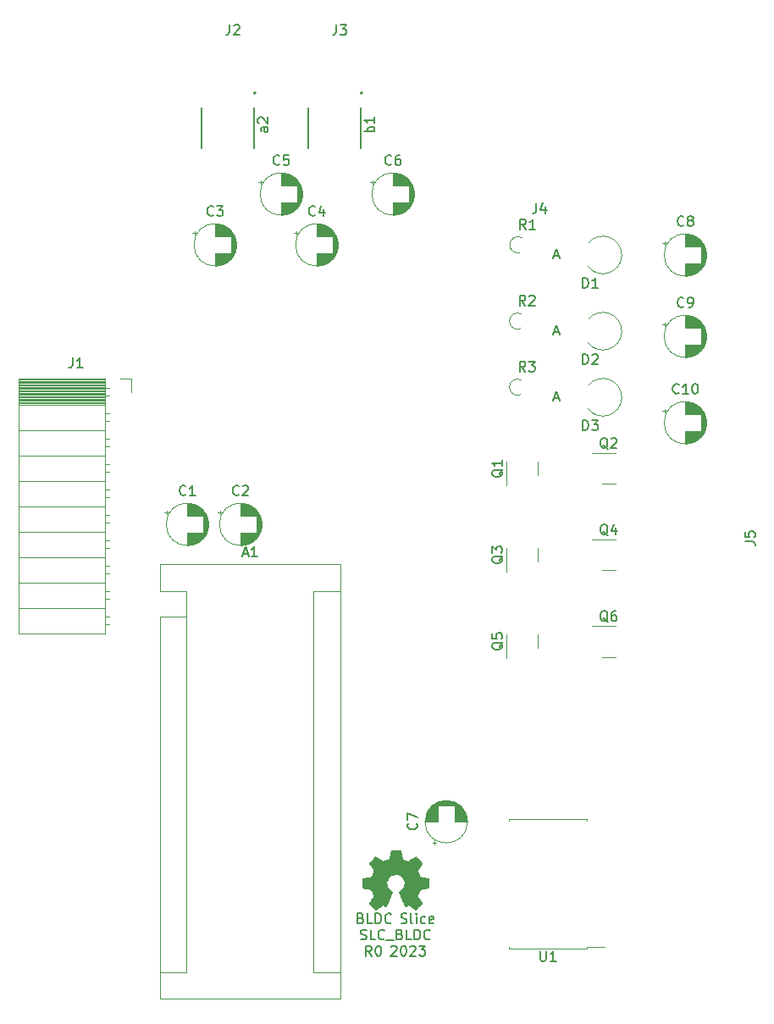
<source format=gbr>
%TF.GenerationSoftware,KiCad,Pcbnew,(7.0.0)*%
%TF.CreationDate,2023-04-05T08:28:23-04:00*%
%TF.ProjectId,BREAD_BLDC,42524541-445f-4424-9c44-432e6b696361,rev?*%
%TF.SameCoordinates,Original*%
%TF.FileFunction,Legend,Top*%
%TF.FilePolarity,Positive*%
%FSLAX46Y46*%
G04 Gerber Fmt 4.6, Leading zero omitted, Abs format (unit mm)*
G04 Created by KiCad (PCBNEW (7.0.0)) date 2023-04-05 08:28:23*
%MOMM*%
%LPD*%
G01*
G04 APERTURE LIST*
%ADD10C,0.150000*%
%ADD11C,0.120000*%
%ADD12C,0.010000*%
%ADD13C,0.127000*%
%ADD14C,0.200000*%
G04 APERTURE END LIST*
D10*
X153677333Y-131419571D02*
X153820190Y-131467190D01*
X153820190Y-131467190D02*
X153867809Y-131514809D01*
X153867809Y-131514809D02*
X153915428Y-131610047D01*
X153915428Y-131610047D02*
X153915428Y-131752904D01*
X153915428Y-131752904D02*
X153867809Y-131848142D01*
X153867809Y-131848142D02*
X153820190Y-131895761D01*
X153820190Y-131895761D02*
X153724952Y-131943380D01*
X153724952Y-131943380D02*
X153344000Y-131943380D01*
X153344000Y-131943380D02*
X153344000Y-130943380D01*
X153344000Y-130943380D02*
X153677333Y-130943380D01*
X153677333Y-130943380D02*
X153772571Y-130991000D01*
X153772571Y-130991000D02*
X153820190Y-131038619D01*
X153820190Y-131038619D02*
X153867809Y-131133857D01*
X153867809Y-131133857D02*
X153867809Y-131229095D01*
X153867809Y-131229095D02*
X153820190Y-131324333D01*
X153820190Y-131324333D02*
X153772571Y-131371952D01*
X153772571Y-131371952D02*
X153677333Y-131419571D01*
X153677333Y-131419571D02*
X153344000Y-131419571D01*
X154820190Y-131943380D02*
X154344000Y-131943380D01*
X154344000Y-131943380D02*
X154344000Y-130943380D01*
X155153524Y-131943380D02*
X155153524Y-130943380D01*
X155153524Y-130943380D02*
X155391619Y-130943380D01*
X155391619Y-130943380D02*
X155534476Y-130991000D01*
X155534476Y-130991000D02*
X155629714Y-131086238D01*
X155629714Y-131086238D02*
X155677333Y-131181476D01*
X155677333Y-131181476D02*
X155724952Y-131371952D01*
X155724952Y-131371952D02*
X155724952Y-131514809D01*
X155724952Y-131514809D02*
X155677333Y-131705285D01*
X155677333Y-131705285D02*
X155629714Y-131800523D01*
X155629714Y-131800523D02*
X155534476Y-131895761D01*
X155534476Y-131895761D02*
X155391619Y-131943380D01*
X155391619Y-131943380D02*
X155153524Y-131943380D01*
X156724952Y-131848142D02*
X156677333Y-131895761D01*
X156677333Y-131895761D02*
X156534476Y-131943380D01*
X156534476Y-131943380D02*
X156439238Y-131943380D01*
X156439238Y-131943380D02*
X156296381Y-131895761D01*
X156296381Y-131895761D02*
X156201143Y-131800523D01*
X156201143Y-131800523D02*
X156153524Y-131705285D01*
X156153524Y-131705285D02*
X156105905Y-131514809D01*
X156105905Y-131514809D02*
X156105905Y-131371952D01*
X156105905Y-131371952D02*
X156153524Y-131181476D01*
X156153524Y-131181476D02*
X156201143Y-131086238D01*
X156201143Y-131086238D02*
X156296381Y-130991000D01*
X156296381Y-130991000D02*
X156439238Y-130943380D01*
X156439238Y-130943380D02*
X156534476Y-130943380D01*
X156534476Y-130943380D02*
X156677333Y-130991000D01*
X156677333Y-130991000D02*
X156724952Y-131038619D01*
X157705905Y-131895761D02*
X157848762Y-131943380D01*
X157848762Y-131943380D02*
X158086857Y-131943380D01*
X158086857Y-131943380D02*
X158182095Y-131895761D01*
X158182095Y-131895761D02*
X158229714Y-131848142D01*
X158229714Y-131848142D02*
X158277333Y-131752904D01*
X158277333Y-131752904D02*
X158277333Y-131657666D01*
X158277333Y-131657666D02*
X158229714Y-131562428D01*
X158229714Y-131562428D02*
X158182095Y-131514809D01*
X158182095Y-131514809D02*
X158086857Y-131467190D01*
X158086857Y-131467190D02*
X157896381Y-131419571D01*
X157896381Y-131419571D02*
X157801143Y-131371952D01*
X157801143Y-131371952D02*
X157753524Y-131324333D01*
X157753524Y-131324333D02*
X157705905Y-131229095D01*
X157705905Y-131229095D02*
X157705905Y-131133857D01*
X157705905Y-131133857D02*
X157753524Y-131038619D01*
X157753524Y-131038619D02*
X157801143Y-130991000D01*
X157801143Y-130991000D02*
X157896381Y-130943380D01*
X157896381Y-130943380D02*
X158134476Y-130943380D01*
X158134476Y-130943380D02*
X158277333Y-130991000D01*
X158848762Y-131943380D02*
X158753524Y-131895761D01*
X158753524Y-131895761D02*
X158705905Y-131800523D01*
X158705905Y-131800523D02*
X158705905Y-130943380D01*
X159229715Y-131943380D02*
X159229715Y-131276714D01*
X159229715Y-130943380D02*
X159182096Y-130991000D01*
X159182096Y-130991000D02*
X159229715Y-131038619D01*
X159229715Y-131038619D02*
X159277334Y-130991000D01*
X159277334Y-130991000D02*
X159229715Y-130943380D01*
X159229715Y-130943380D02*
X159229715Y-131038619D01*
X160134476Y-131895761D02*
X160039238Y-131943380D01*
X160039238Y-131943380D02*
X159848762Y-131943380D01*
X159848762Y-131943380D02*
X159753524Y-131895761D01*
X159753524Y-131895761D02*
X159705905Y-131848142D01*
X159705905Y-131848142D02*
X159658286Y-131752904D01*
X159658286Y-131752904D02*
X159658286Y-131467190D01*
X159658286Y-131467190D02*
X159705905Y-131371952D01*
X159705905Y-131371952D02*
X159753524Y-131324333D01*
X159753524Y-131324333D02*
X159848762Y-131276714D01*
X159848762Y-131276714D02*
X160039238Y-131276714D01*
X160039238Y-131276714D02*
X160134476Y-131324333D01*
X160944000Y-131895761D02*
X160848762Y-131943380D01*
X160848762Y-131943380D02*
X160658286Y-131943380D01*
X160658286Y-131943380D02*
X160563048Y-131895761D01*
X160563048Y-131895761D02*
X160515429Y-131800523D01*
X160515429Y-131800523D02*
X160515429Y-131419571D01*
X160515429Y-131419571D02*
X160563048Y-131324333D01*
X160563048Y-131324333D02*
X160658286Y-131276714D01*
X160658286Y-131276714D02*
X160848762Y-131276714D01*
X160848762Y-131276714D02*
X160944000Y-131324333D01*
X160944000Y-131324333D02*
X160991619Y-131419571D01*
X160991619Y-131419571D02*
X160991619Y-131514809D01*
X160991619Y-131514809D02*
X160515429Y-131610047D01*
X153667809Y-133515761D02*
X153810666Y-133563380D01*
X153810666Y-133563380D02*
X154048761Y-133563380D01*
X154048761Y-133563380D02*
X154143999Y-133515761D01*
X154143999Y-133515761D02*
X154191618Y-133468142D01*
X154191618Y-133468142D02*
X154239237Y-133372904D01*
X154239237Y-133372904D02*
X154239237Y-133277666D01*
X154239237Y-133277666D02*
X154191618Y-133182428D01*
X154191618Y-133182428D02*
X154143999Y-133134809D01*
X154143999Y-133134809D02*
X154048761Y-133087190D01*
X154048761Y-133087190D02*
X153858285Y-133039571D01*
X153858285Y-133039571D02*
X153763047Y-132991952D01*
X153763047Y-132991952D02*
X153715428Y-132944333D01*
X153715428Y-132944333D02*
X153667809Y-132849095D01*
X153667809Y-132849095D02*
X153667809Y-132753857D01*
X153667809Y-132753857D02*
X153715428Y-132658619D01*
X153715428Y-132658619D02*
X153763047Y-132611000D01*
X153763047Y-132611000D02*
X153858285Y-132563380D01*
X153858285Y-132563380D02*
X154096380Y-132563380D01*
X154096380Y-132563380D02*
X154239237Y-132611000D01*
X155143999Y-133563380D02*
X154667809Y-133563380D01*
X154667809Y-133563380D02*
X154667809Y-132563380D01*
X156048761Y-133468142D02*
X156001142Y-133515761D01*
X156001142Y-133515761D02*
X155858285Y-133563380D01*
X155858285Y-133563380D02*
X155763047Y-133563380D01*
X155763047Y-133563380D02*
X155620190Y-133515761D01*
X155620190Y-133515761D02*
X155524952Y-133420523D01*
X155524952Y-133420523D02*
X155477333Y-133325285D01*
X155477333Y-133325285D02*
X155429714Y-133134809D01*
X155429714Y-133134809D02*
X155429714Y-132991952D01*
X155429714Y-132991952D02*
X155477333Y-132801476D01*
X155477333Y-132801476D02*
X155524952Y-132706238D01*
X155524952Y-132706238D02*
X155620190Y-132611000D01*
X155620190Y-132611000D02*
X155763047Y-132563380D01*
X155763047Y-132563380D02*
X155858285Y-132563380D01*
X155858285Y-132563380D02*
X156001142Y-132611000D01*
X156001142Y-132611000D02*
X156048761Y-132658619D01*
X156239238Y-133658619D02*
X157001142Y-133658619D01*
X157572571Y-133039571D02*
X157715428Y-133087190D01*
X157715428Y-133087190D02*
X157763047Y-133134809D01*
X157763047Y-133134809D02*
X157810666Y-133230047D01*
X157810666Y-133230047D02*
X157810666Y-133372904D01*
X157810666Y-133372904D02*
X157763047Y-133468142D01*
X157763047Y-133468142D02*
X157715428Y-133515761D01*
X157715428Y-133515761D02*
X157620190Y-133563380D01*
X157620190Y-133563380D02*
X157239238Y-133563380D01*
X157239238Y-133563380D02*
X157239238Y-132563380D01*
X157239238Y-132563380D02*
X157572571Y-132563380D01*
X157572571Y-132563380D02*
X157667809Y-132611000D01*
X157667809Y-132611000D02*
X157715428Y-132658619D01*
X157715428Y-132658619D02*
X157763047Y-132753857D01*
X157763047Y-132753857D02*
X157763047Y-132849095D01*
X157763047Y-132849095D02*
X157715428Y-132944333D01*
X157715428Y-132944333D02*
X157667809Y-132991952D01*
X157667809Y-132991952D02*
X157572571Y-133039571D01*
X157572571Y-133039571D02*
X157239238Y-133039571D01*
X158715428Y-133563380D02*
X158239238Y-133563380D01*
X158239238Y-133563380D02*
X158239238Y-132563380D01*
X159048762Y-133563380D02*
X159048762Y-132563380D01*
X159048762Y-132563380D02*
X159286857Y-132563380D01*
X159286857Y-132563380D02*
X159429714Y-132611000D01*
X159429714Y-132611000D02*
X159524952Y-132706238D01*
X159524952Y-132706238D02*
X159572571Y-132801476D01*
X159572571Y-132801476D02*
X159620190Y-132991952D01*
X159620190Y-132991952D02*
X159620190Y-133134809D01*
X159620190Y-133134809D02*
X159572571Y-133325285D01*
X159572571Y-133325285D02*
X159524952Y-133420523D01*
X159524952Y-133420523D02*
X159429714Y-133515761D01*
X159429714Y-133515761D02*
X159286857Y-133563380D01*
X159286857Y-133563380D02*
X159048762Y-133563380D01*
X160620190Y-133468142D02*
X160572571Y-133515761D01*
X160572571Y-133515761D02*
X160429714Y-133563380D01*
X160429714Y-133563380D02*
X160334476Y-133563380D01*
X160334476Y-133563380D02*
X160191619Y-133515761D01*
X160191619Y-133515761D02*
X160096381Y-133420523D01*
X160096381Y-133420523D02*
X160048762Y-133325285D01*
X160048762Y-133325285D02*
X160001143Y-133134809D01*
X160001143Y-133134809D02*
X160001143Y-132991952D01*
X160001143Y-132991952D02*
X160048762Y-132801476D01*
X160048762Y-132801476D02*
X160096381Y-132706238D01*
X160096381Y-132706238D02*
X160191619Y-132611000D01*
X160191619Y-132611000D02*
X160334476Y-132563380D01*
X160334476Y-132563380D02*
X160429714Y-132563380D01*
X160429714Y-132563380D02*
X160572571Y-132611000D01*
X160572571Y-132611000D02*
X160620190Y-132658619D01*
X154772571Y-135183380D02*
X154439238Y-134707190D01*
X154201143Y-135183380D02*
X154201143Y-134183380D01*
X154201143Y-134183380D02*
X154582095Y-134183380D01*
X154582095Y-134183380D02*
X154677333Y-134231000D01*
X154677333Y-134231000D02*
X154724952Y-134278619D01*
X154724952Y-134278619D02*
X154772571Y-134373857D01*
X154772571Y-134373857D02*
X154772571Y-134516714D01*
X154772571Y-134516714D02*
X154724952Y-134611952D01*
X154724952Y-134611952D02*
X154677333Y-134659571D01*
X154677333Y-134659571D02*
X154582095Y-134707190D01*
X154582095Y-134707190D02*
X154201143Y-134707190D01*
X155391619Y-134183380D02*
X155486857Y-134183380D01*
X155486857Y-134183380D02*
X155582095Y-134231000D01*
X155582095Y-134231000D02*
X155629714Y-134278619D01*
X155629714Y-134278619D02*
X155677333Y-134373857D01*
X155677333Y-134373857D02*
X155724952Y-134564333D01*
X155724952Y-134564333D02*
X155724952Y-134802428D01*
X155724952Y-134802428D02*
X155677333Y-134992904D01*
X155677333Y-134992904D02*
X155629714Y-135088142D01*
X155629714Y-135088142D02*
X155582095Y-135135761D01*
X155582095Y-135135761D02*
X155486857Y-135183380D01*
X155486857Y-135183380D02*
X155391619Y-135183380D01*
X155391619Y-135183380D02*
X155296381Y-135135761D01*
X155296381Y-135135761D02*
X155248762Y-135088142D01*
X155248762Y-135088142D02*
X155201143Y-134992904D01*
X155201143Y-134992904D02*
X155153524Y-134802428D01*
X155153524Y-134802428D02*
X155153524Y-134564333D01*
X155153524Y-134564333D02*
X155201143Y-134373857D01*
X155201143Y-134373857D02*
X155248762Y-134278619D01*
X155248762Y-134278619D02*
X155296381Y-134231000D01*
X155296381Y-134231000D02*
X155391619Y-134183380D01*
X156705905Y-134278619D02*
X156753524Y-134231000D01*
X156753524Y-134231000D02*
X156848762Y-134183380D01*
X156848762Y-134183380D02*
X157086857Y-134183380D01*
X157086857Y-134183380D02*
X157182095Y-134231000D01*
X157182095Y-134231000D02*
X157229714Y-134278619D01*
X157229714Y-134278619D02*
X157277333Y-134373857D01*
X157277333Y-134373857D02*
X157277333Y-134469095D01*
X157277333Y-134469095D02*
X157229714Y-134611952D01*
X157229714Y-134611952D02*
X156658286Y-135183380D01*
X156658286Y-135183380D02*
X157277333Y-135183380D01*
X157896381Y-134183380D02*
X157991619Y-134183380D01*
X157991619Y-134183380D02*
X158086857Y-134231000D01*
X158086857Y-134231000D02*
X158134476Y-134278619D01*
X158134476Y-134278619D02*
X158182095Y-134373857D01*
X158182095Y-134373857D02*
X158229714Y-134564333D01*
X158229714Y-134564333D02*
X158229714Y-134802428D01*
X158229714Y-134802428D02*
X158182095Y-134992904D01*
X158182095Y-134992904D02*
X158134476Y-135088142D01*
X158134476Y-135088142D02*
X158086857Y-135135761D01*
X158086857Y-135135761D02*
X157991619Y-135183380D01*
X157991619Y-135183380D02*
X157896381Y-135183380D01*
X157896381Y-135183380D02*
X157801143Y-135135761D01*
X157801143Y-135135761D02*
X157753524Y-135088142D01*
X157753524Y-135088142D02*
X157705905Y-134992904D01*
X157705905Y-134992904D02*
X157658286Y-134802428D01*
X157658286Y-134802428D02*
X157658286Y-134564333D01*
X157658286Y-134564333D02*
X157705905Y-134373857D01*
X157705905Y-134373857D02*
X157753524Y-134278619D01*
X157753524Y-134278619D02*
X157801143Y-134231000D01*
X157801143Y-134231000D02*
X157896381Y-134183380D01*
X158610667Y-134278619D02*
X158658286Y-134231000D01*
X158658286Y-134231000D02*
X158753524Y-134183380D01*
X158753524Y-134183380D02*
X158991619Y-134183380D01*
X158991619Y-134183380D02*
X159086857Y-134231000D01*
X159086857Y-134231000D02*
X159134476Y-134278619D01*
X159134476Y-134278619D02*
X159182095Y-134373857D01*
X159182095Y-134373857D02*
X159182095Y-134469095D01*
X159182095Y-134469095D02*
X159134476Y-134611952D01*
X159134476Y-134611952D02*
X158563048Y-135183380D01*
X158563048Y-135183380D02*
X159182095Y-135183380D01*
X159515429Y-134183380D02*
X160134476Y-134183380D01*
X160134476Y-134183380D02*
X159801143Y-134564333D01*
X159801143Y-134564333D02*
X159944000Y-134564333D01*
X159944000Y-134564333D02*
X160039238Y-134611952D01*
X160039238Y-134611952D02*
X160086857Y-134659571D01*
X160086857Y-134659571D02*
X160134476Y-134754809D01*
X160134476Y-134754809D02*
X160134476Y-134992904D01*
X160134476Y-134992904D02*
X160086857Y-135088142D01*
X160086857Y-135088142D02*
X160039238Y-135135761D01*
X160039238Y-135135761D02*
X159944000Y-135183380D01*
X159944000Y-135183380D02*
X159658286Y-135183380D01*
X159658286Y-135183380D02*
X159563048Y-135135761D01*
X159563048Y-135135761D02*
X159515429Y-135088142D01*
%TO.C,A1*%
X141905714Y-95001666D02*
X142381904Y-95001666D01*
X141810476Y-95287380D02*
X142143809Y-94287380D01*
X142143809Y-94287380D02*
X142477142Y-95287380D01*
X143334285Y-95287380D02*
X142762857Y-95287380D01*
X143048571Y-95287380D02*
X143048571Y-94287380D01*
X143048571Y-94287380D02*
X142953333Y-94430238D01*
X142953333Y-94430238D02*
X142858095Y-94525476D01*
X142858095Y-94525476D02*
X142762857Y-94573095D01*
%TO.C,C2*%
X141495333Y-89070142D02*
X141447714Y-89117761D01*
X141447714Y-89117761D02*
X141304857Y-89165380D01*
X141304857Y-89165380D02*
X141209619Y-89165380D01*
X141209619Y-89165380D02*
X141066762Y-89117761D01*
X141066762Y-89117761D02*
X140971524Y-89022523D01*
X140971524Y-89022523D02*
X140923905Y-88927285D01*
X140923905Y-88927285D02*
X140876286Y-88736809D01*
X140876286Y-88736809D02*
X140876286Y-88593952D01*
X140876286Y-88593952D02*
X140923905Y-88403476D01*
X140923905Y-88403476D02*
X140971524Y-88308238D01*
X140971524Y-88308238D02*
X141066762Y-88213000D01*
X141066762Y-88213000D02*
X141209619Y-88165380D01*
X141209619Y-88165380D02*
X141304857Y-88165380D01*
X141304857Y-88165380D02*
X141447714Y-88213000D01*
X141447714Y-88213000D02*
X141495333Y-88260619D01*
X141876286Y-88260619D02*
X141923905Y-88213000D01*
X141923905Y-88213000D02*
X142019143Y-88165380D01*
X142019143Y-88165380D02*
X142257238Y-88165380D01*
X142257238Y-88165380D02*
X142352476Y-88213000D01*
X142352476Y-88213000D02*
X142400095Y-88260619D01*
X142400095Y-88260619D02*
X142447714Y-88355857D01*
X142447714Y-88355857D02*
X142447714Y-88451095D01*
X142447714Y-88451095D02*
X142400095Y-88593952D01*
X142400095Y-88593952D02*
X141828667Y-89165380D01*
X141828667Y-89165380D02*
X142447714Y-89165380D01*
%TO.C,J1*%
X124886666Y-75397380D02*
X124886666Y-76111666D01*
X124886666Y-76111666D02*
X124839047Y-76254523D01*
X124839047Y-76254523D02*
X124743809Y-76349761D01*
X124743809Y-76349761D02*
X124600952Y-76397380D01*
X124600952Y-76397380D02*
X124505714Y-76397380D01*
X125886666Y-76397380D02*
X125315238Y-76397380D01*
X125600952Y-76397380D02*
X125600952Y-75397380D01*
X125600952Y-75397380D02*
X125505714Y-75540238D01*
X125505714Y-75540238D02*
X125410476Y-75635476D01*
X125410476Y-75635476D02*
X125315238Y-75683095D01*
%TO.C,C1*%
X136176734Y-89070142D02*
X136129115Y-89117761D01*
X136129115Y-89117761D02*
X135986258Y-89165380D01*
X135986258Y-89165380D02*
X135891020Y-89165380D01*
X135891020Y-89165380D02*
X135748163Y-89117761D01*
X135748163Y-89117761D02*
X135652925Y-89022523D01*
X135652925Y-89022523D02*
X135605306Y-88927285D01*
X135605306Y-88927285D02*
X135557687Y-88736809D01*
X135557687Y-88736809D02*
X135557687Y-88593952D01*
X135557687Y-88593952D02*
X135605306Y-88403476D01*
X135605306Y-88403476D02*
X135652925Y-88308238D01*
X135652925Y-88308238D02*
X135748163Y-88213000D01*
X135748163Y-88213000D02*
X135891020Y-88165380D01*
X135891020Y-88165380D02*
X135986258Y-88165380D01*
X135986258Y-88165380D02*
X136129115Y-88213000D01*
X136129115Y-88213000D02*
X136176734Y-88260619D01*
X137129115Y-89165380D02*
X136557687Y-89165380D01*
X136843401Y-89165380D02*
X136843401Y-88165380D01*
X136843401Y-88165380D02*
X136748163Y-88308238D01*
X136748163Y-88308238D02*
X136652925Y-88403476D01*
X136652925Y-88403476D02*
X136557687Y-88451095D01*
%TO.C,Q6*%
X178377261Y-101814619D02*
X178282023Y-101767000D01*
X178282023Y-101767000D02*
X178186785Y-101671761D01*
X178186785Y-101671761D02*
X178043928Y-101528904D01*
X178043928Y-101528904D02*
X177948690Y-101481285D01*
X177948690Y-101481285D02*
X177853452Y-101481285D01*
X177901071Y-101719380D02*
X177805833Y-101671761D01*
X177805833Y-101671761D02*
X177710595Y-101576523D01*
X177710595Y-101576523D02*
X177662976Y-101386047D01*
X177662976Y-101386047D02*
X177662976Y-101052714D01*
X177662976Y-101052714D02*
X177710595Y-100862238D01*
X177710595Y-100862238D02*
X177805833Y-100767000D01*
X177805833Y-100767000D02*
X177901071Y-100719380D01*
X177901071Y-100719380D02*
X178091547Y-100719380D01*
X178091547Y-100719380D02*
X178186785Y-100767000D01*
X178186785Y-100767000D02*
X178282023Y-100862238D01*
X178282023Y-100862238D02*
X178329642Y-101052714D01*
X178329642Y-101052714D02*
X178329642Y-101386047D01*
X178329642Y-101386047D02*
X178282023Y-101576523D01*
X178282023Y-101576523D02*
X178186785Y-101671761D01*
X178186785Y-101671761D02*
X178091547Y-101719380D01*
X178091547Y-101719380D02*
X177901071Y-101719380D01*
X179186785Y-100719380D02*
X178996309Y-100719380D01*
X178996309Y-100719380D02*
X178901071Y-100767000D01*
X178901071Y-100767000D02*
X178853452Y-100814619D01*
X178853452Y-100814619D02*
X178758214Y-100957476D01*
X178758214Y-100957476D02*
X178710595Y-101147952D01*
X178710595Y-101147952D02*
X178710595Y-101528904D01*
X178710595Y-101528904D02*
X178758214Y-101624142D01*
X178758214Y-101624142D02*
X178805833Y-101671761D01*
X178805833Y-101671761D02*
X178901071Y-101719380D01*
X178901071Y-101719380D02*
X179091547Y-101719380D01*
X179091547Y-101719380D02*
X179186785Y-101671761D01*
X179186785Y-101671761D02*
X179234404Y-101624142D01*
X179234404Y-101624142D02*
X179282023Y-101528904D01*
X179282023Y-101528904D02*
X179282023Y-101290809D01*
X179282023Y-101290809D02*
X179234404Y-101195571D01*
X179234404Y-101195571D02*
X179186785Y-101147952D01*
X179186785Y-101147952D02*
X179091547Y-101100333D01*
X179091547Y-101100333D02*
X178901071Y-101100333D01*
X178901071Y-101100333D02*
X178805833Y-101147952D01*
X178805833Y-101147952D02*
X178758214Y-101195571D01*
X178758214Y-101195571D02*
X178710595Y-101290809D01*
%TO.C,C5*%
X145559333Y-56050142D02*
X145511714Y-56097761D01*
X145511714Y-56097761D02*
X145368857Y-56145380D01*
X145368857Y-56145380D02*
X145273619Y-56145380D01*
X145273619Y-56145380D02*
X145130762Y-56097761D01*
X145130762Y-56097761D02*
X145035524Y-56002523D01*
X145035524Y-56002523D02*
X144987905Y-55907285D01*
X144987905Y-55907285D02*
X144940286Y-55716809D01*
X144940286Y-55716809D02*
X144940286Y-55573952D01*
X144940286Y-55573952D02*
X144987905Y-55383476D01*
X144987905Y-55383476D02*
X145035524Y-55288238D01*
X145035524Y-55288238D02*
X145130762Y-55193000D01*
X145130762Y-55193000D02*
X145273619Y-55145380D01*
X145273619Y-55145380D02*
X145368857Y-55145380D01*
X145368857Y-55145380D02*
X145511714Y-55193000D01*
X145511714Y-55193000D02*
X145559333Y-55240619D01*
X146464095Y-55145380D02*
X145987905Y-55145380D01*
X145987905Y-55145380D02*
X145940286Y-55621571D01*
X145940286Y-55621571D02*
X145987905Y-55573952D01*
X145987905Y-55573952D02*
X146083143Y-55526333D01*
X146083143Y-55526333D02*
X146321238Y-55526333D01*
X146321238Y-55526333D02*
X146416476Y-55573952D01*
X146416476Y-55573952D02*
X146464095Y-55621571D01*
X146464095Y-55621571D02*
X146511714Y-55716809D01*
X146511714Y-55716809D02*
X146511714Y-55954904D01*
X146511714Y-55954904D02*
X146464095Y-56050142D01*
X146464095Y-56050142D02*
X146416476Y-56097761D01*
X146416476Y-56097761D02*
X146321238Y-56145380D01*
X146321238Y-56145380D02*
X146083143Y-56145380D01*
X146083143Y-56145380D02*
X145987905Y-56097761D01*
X145987905Y-56097761D02*
X145940286Y-56050142D01*
%TO.C,a2*%
X144382380Y-52360904D02*
X143858571Y-52360904D01*
X143858571Y-52360904D02*
X143763333Y-52408523D01*
X143763333Y-52408523D02*
X143715714Y-52503761D01*
X143715714Y-52503761D02*
X143715714Y-52694237D01*
X143715714Y-52694237D02*
X143763333Y-52789475D01*
X144334761Y-52360904D02*
X144382380Y-52456142D01*
X144382380Y-52456142D02*
X144382380Y-52694237D01*
X144382380Y-52694237D02*
X144334761Y-52789475D01*
X144334761Y-52789475D02*
X144239523Y-52837094D01*
X144239523Y-52837094D02*
X144144285Y-52837094D01*
X144144285Y-52837094D02*
X144049047Y-52789475D01*
X144049047Y-52789475D02*
X144001428Y-52694237D01*
X144001428Y-52694237D02*
X144001428Y-52456142D01*
X144001428Y-52456142D02*
X143953809Y-52360904D01*
X143477619Y-51932332D02*
X143430000Y-51884713D01*
X143430000Y-51884713D02*
X143382380Y-51789475D01*
X143382380Y-51789475D02*
X143382380Y-51551380D01*
X143382380Y-51551380D02*
X143430000Y-51456142D01*
X143430000Y-51456142D02*
X143477619Y-51408523D01*
X143477619Y-51408523D02*
X143572857Y-51360904D01*
X143572857Y-51360904D02*
X143668095Y-51360904D01*
X143668095Y-51360904D02*
X143810952Y-51408523D01*
X143810952Y-51408523D02*
X144382380Y-51979951D01*
X144382380Y-51979951D02*
X144382380Y-51360904D01*
%TO.C,J5*%
X192089380Y-93761333D02*
X192803666Y-93761333D01*
X192803666Y-93761333D02*
X192946523Y-93808952D01*
X192946523Y-93808952D02*
X193041761Y-93904190D01*
X193041761Y-93904190D02*
X193089380Y-94047047D01*
X193089380Y-94047047D02*
X193089380Y-94142285D01*
X192089380Y-92808952D02*
X192089380Y-93285142D01*
X192089380Y-93285142D02*
X192565571Y-93332761D01*
X192565571Y-93332761D02*
X192517952Y-93285142D01*
X192517952Y-93285142D02*
X192470333Y-93189904D01*
X192470333Y-93189904D02*
X192470333Y-92951809D01*
X192470333Y-92951809D02*
X192517952Y-92856571D01*
X192517952Y-92856571D02*
X192565571Y-92808952D01*
X192565571Y-92808952D02*
X192660809Y-92761333D01*
X192660809Y-92761333D02*
X192898904Y-92761333D01*
X192898904Y-92761333D02*
X192994142Y-92808952D01*
X192994142Y-92808952D02*
X193041761Y-92856571D01*
X193041761Y-92856571D02*
X193089380Y-92951809D01*
X193089380Y-92951809D02*
X193089380Y-93189904D01*
X193089380Y-93189904D02*
X193041761Y-93285142D01*
X193041761Y-93285142D02*
X192994142Y-93332761D01*
%TO.C,D3*%
X175877905Y-82635380D02*
X175877905Y-81635380D01*
X175877905Y-81635380D02*
X176116000Y-81635380D01*
X176116000Y-81635380D02*
X176258857Y-81683000D01*
X176258857Y-81683000D02*
X176354095Y-81778238D01*
X176354095Y-81778238D02*
X176401714Y-81873476D01*
X176401714Y-81873476D02*
X176449333Y-82063952D01*
X176449333Y-82063952D02*
X176449333Y-82206809D01*
X176449333Y-82206809D02*
X176401714Y-82397285D01*
X176401714Y-82397285D02*
X176354095Y-82492523D01*
X176354095Y-82492523D02*
X176258857Y-82587761D01*
X176258857Y-82587761D02*
X176116000Y-82635380D01*
X176116000Y-82635380D02*
X175877905Y-82635380D01*
X176782667Y-81635380D02*
X177401714Y-81635380D01*
X177401714Y-81635380D02*
X177068381Y-82016333D01*
X177068381Y-82016333D02*
X177211238Y-82016333D01*
X177211238Y-82016333D02*
X177306476Y-82063952D01*
X177306476Y-82063952D02*
X177354095Y-82111571D01*
X177354095Y-82111571D02*
X177401714Y-82206809D01*
X177401714Y-82206809D02*
X177401714Y-82444904D01*
X177401714Y-82444904D02*
X177354095Y-82540142D01*
X177354095Y-82540142D02*
X177306476Y-82587761D01*
X177306476Y-82587761D02*
X177211238Y-82635380D01*
X177211238Y-82635380D02*
X176925524Y-82635380D01*
X176925524Y-82635380D02*
X176830286Y-82587761D01*
X176830286Y-82587761D02*
X176782667Y-82540142D01*
X172987905Y-79429666D02*
X173464095Y-79429666D01*
X172892667Y-79715380D02*
X173226000Y-78715380D01*
X173226000Y-78715380D02*
X173559333Y-79715380D01*
%TO.C,Q4*%
X178377261Y-93158619D02*
X178282023Y-93111000D01*
X178282023Y-93111000D02*
X178186785Y-93015761D01*
X178186785Y-93015761D02*
X178043928Y-92872904D01*
X178043928Y-92872904D02*
X177948690Y-92825285D01*
X177948690Y-92825285D02*
X177853452Y-92825285D01*
X177901071Y-93063380D02*
X177805833Y-93015761D01*
X177805833Y-93015761D02*
X177710595Y-92920523D01*
X177710595Y-92920523D02*
X177662976Y-92730047D01*
X177662976Y-92730047D02*
X177662976Y-92396714D01*
X177662976Y-92396714D02*
X177710595Y-92206238D01*
X177710595Y-92206238D02*
X177805833Y-92111000D01*
X177805833Y-92111000D02*
X177901071Y-92063380D01*
X177901071Y-92063380D02*
X178091547Y-92063380D01*
X178091547Y-92063380D02*
X178186785Y-92111000D01*
X178186785Y-92111000D02*
X178282023Y-92206238D01*
X178282023Y-92206238D02*
X178329642Y-92396714D01*
X178329642Y-92396714D02*
X178329642Y-92730047D01*
X178329642Y-92730047D02*
X178282023Y-92920523D01*
X178282023Y-92920523D02*
X178186785Y-93015761D01*
X178186785Y-93015761D02*
X178091547Y-93063380D01*
X178091547Y-93063380D02*
X177901071Y-93063380D01*
X179186785Y-92396714D02*
X179186785Y-93063380D01*
X178948690Y-92015761D02*
X178710595Y-92730047D01*
X178710595Y-92730047D02*
X179329642Y-92730047D01*
%TO.C,D2*%
X175877905Y-76031380D02*
X175877905Y-75031380D01*
X175877905Y-75031380D02*
X176116000Y-75031380D01*
X176116000Y-75031380D02*
X176258857Y-75079000D01*
X176258857Y-75079000D02*
X176354095Y-75174238D01*
X176354095Y-75174238D02*
X176401714Y-75269476D01*
X176401714Y-75269476D02*
X176449333Y-75459952D01*
X176449333Y-75459952D02*
X176449333Y-75602809D01*
X176449333Y-75602809D02*
X176401714Y-75793285D01*
X176401714Y-75793285D02*
X176354095Y-75888523D01*
X176354095Y-75888523D02*
X176258857Y-75983761D01*
X176258857Y-75983761D02*
X176116000Y-76031380D01*
X176116000Y-76031380D02*
X175877905Y-76031380D01*
X176830286Y-75126619D02*
X176877905Y-75079000D01*
X176877905Y-75079000D02*
X176973143Y-75031380D01*
X176973143Y-75031380D02*
X177211238Y-75031380D01*
X177211238Y-75031380D02*
X177306476Y-75079000D01*
X177306476Y-75079000D02*
X177354095Y-75126619D01*
X177354095Y-75126619D02*
X177401714Y-75221857D01*
X177401714Y-75221857D02*
X177401714Y-75317095D01*
X177401714Y-75317095D02*
X177354095Y-75459952D01*
X177354095Y-75459952D02*
X176782667Y-76031380D01*
X176782667Y-76031380D02*
X177401714Y-76031380D01*
X172987905Y-72825666D02*
X173464095Y-72825666D01*
X172892667Y-73111380D02*
X173226000Y-72111380D01*
X173226000Y-72111380D02*
X173559333Y-73111380D01*
%TO.C,U1*%
X171622095Y-134706380D02*
X171622095Y-135515904D01*
X171622095Y-135515904D02*
X171669714Y-135611142D01*
X171669714Y-135611142D02*
X171717333Y-135658761D01*
X171717333Y-135658761D02*
X171812571Y-135706380D01*
X171812571Y-135706380D02*
X172003047Y-135706380D01*
X172003047Y-135706380D02*
X172098285Y-135658761D01*
X172098285Y-135658761D02*
X172145904Y-135611142D01*
X172145904Y-135611142D02*
X172193523Y-135515904D01*
X172193523Y-135515904D02*
X172193523Y-134706380D01*
X173193523Y-135706380D02*
X172622095Y-135706380D01*
X172907809Y-135706380D02*
X172907809Y-134706380D01*
X172907809Y-134706380D02*
X172812571Y-134849238D01*
X172812571Y-134849238D02*
X172717333Y-134944476D01*
X172717333Y-134944476D02*
X172622095Y-134992095D01*
%TO.C,Q5*%
X167899119Y-103827238D02*
X167851500Y-103922476D01*
X167851500Y-103922476D02*
X167756261Y-104017714D01*
X167756261Y-104017714D02*
X167613404Y-104160571D01*
X167613404Y-104160571D02*
X167565785Y-104255809D01*
X167565785Y-104255809D02*
X167565785Y-104351047D01*
X167803880Y-104303428D02*
X167756261Y-104398666D01*
X167756261Y-104398666D02*
X167661023Y-104493904D01*
X167661023Y-104493904D02*
X167470547Y-104541523D01*
X167470547Y-104541523D02*
X167137214Y-104541523D01*
X167137214Y-104541523D02*
X166946738Y-104493904D01*
X166946738Y-104493904D02*
X166851500Y-104398666D01*
X166851500Y-104398666D02*
X166803880Y-104303428D01*
X166803880Y-104303428D02*
X166803880Y-104112952D01*
X166803880Y-104112952D02*
X166851500Y-104017714D01*
X166851500Y-104017714D02*
X166946738Y-103922476D01*
X166946738Y-103922476D02*
X167137214Y-103874857D01*
X167137214Y-103874857D02*
X167470547Y-103874857D01*
X167470547Y-103874857D02*
X167661023Y-103922476D01*
X167661023Y-103922476D02*
X167756261Y-104017714D01*
X167756261Y-104017714D02*
X167803880Y-104112952D01*
X167803880Y-104112952D02*
X167803880Y-104303428D01*
X166803880Y-102970095D02*
X166803880Y-103446285D01*
X166803880Y-103446285D02*
X167280071Y-103493904D01*
X167280071Y-103493904D02*
X167232452Y-103446285D01*
X167232452Y-103446285D02*
X167184833Y-103351047D01*
X167184833Y-103351047D02*
X167184833Y-103112952D01*
X167184833Y-103112952D02*
X167232452Y-103017714D01*
X167232452Y-103017714D02*
X167280071Y-102970095D01*
X167280071Y-102970095D02*
X167375309Y-102922476D01*
X167375309Y-102922476D02*
X167613404Y-102922476D01*
X167613404Y-102922476D02*
X167708642Y-102970095D01*
X167708642Y-102970095D02*
X167756261Y-103017714D01*
X167756261Y-103017714D02*
X167803880Y-103112952D01*
X167803880Y-103112952D02*
X167803880Y-103351047D01*
X167803880Y-103351047D02*
X167756261Y-103446285D01*
X167756261Y-103446285D02*
X167708642Y-103493904D01*
%TO.C,Q1*%
X167899119Y-86555238D02*
X167851500Y-86650476D01*
X167851500Y-86650476D02*
X167756261Y-86745714D01*
X167756261Y-86745714D02*
X167613404Y-86888571D01*
X167613404Y-86888571D02*
X167565785Y-86983809D01*
X167565785Y-86983809D02*
X167565785Y-87079047D01*
X167803880Y-87031428D02*
X167756261Y-87126666D01*
X167756261Y-87126666D02*
X167661023Y-87221904D01*
X167661023Y-87221904D02*
X167470547Y-87269523D01*
X167470547Y-87269523D02*
X167137214Y-87269523D01*
X167137214Y-87269523D02*
X166946738Y-87221904D01*
X166946738Y-87221904D02*
X166851500Y-87126666D01*
X166851500Y-87126666D02*
X166803880Y-87031428D01*
X166803880Y-87031428D02*
X166803880Y-86840952D01*
X166803880Y-86840952D02*
X166851500Y-86745714D01*
X166851500Y-86745714D02*
X166946738Y-86650476D01*
X166946738Y-86650476D02*
X167137214Y-86602857D01*
X167137214Y-86602857D02*
X167470547Y-86602857D01*
X167470547Y-86602857D02*
X167661023Y-86650476D01*
X167661023Y-86650476D02*
X167756261Y-86745714D01*
X167756261Y-86745714D02*
X167803880Y-86840952D01*
X167803880Y-86840952D02*
X167803880Y-87031428D01*
X167803880Y-85650476D02*
X167803880Y-86221904D01*
X167803880Y-85936190D02*
X166803880Y-85936190D01*
X166803880Y-85936190D02*
X166946738Y-86031428D01*
X166946738Y-86031428D02*
X167041976Y-86126666D01*
X167041976Y-86126666D02*
X167089595Y-86221904D01*
%TO.C,C4*%
X149115333Y-61130142D02*
X149067714Y-61177761D01*
X149067714Y-61177761D02*
X148924857Y-61225380D01*
X148924857Y-61225380D02*
X148829619Y-61225380D01*
X148829619Y-61225380D02*
X148686762Y-61177761D01*
X148686762Y-61177761D02*
X148591524Y-61082523D01*
X148591524Y-61082523D02*
X148543905Y-60987285D01*
X148543905Y-60987285D02*
X148496286Y-60796809D01*
X148496286Y-60796809D02*
X148496286Y-60653952D01*
X148496286Y-60653952D02*
X148543905Y-60463476D01*
X148543905Y-60463476D02*
X148591524Y-60368238D01*
X148591524Y-60368238D02*
X148686762Y-60273000D01*
X148686762Y-60273000D02*
X148829619Y-60225380D01*
X148829619Y-60225380D02*
X148924857Y-60225380D01*
X148924857Y-60225380D02*
X149067714Y-60273000D01*
X149067714Y-60273000D02*
X149115333Y-60320619D01*
X149972476Y-60558714D02*
X149972476Y-61225380D01*
X149734381Y-60177761D02*
X149496286Y-60892047D01*
X149496286Y-60892047D02*
X150115333Y-60892047D01*
%TO.C,Q3*%
X167899119Y-95191238D02*
X167851500Y-95286476D01*
X167851500Y-95286476D02*
X167756261Y-95381714D01*
X167756261Y-95381714D02*
X167613404Y-95524571D01*
X167613404Y-95524571D02*
X167565785Y-95619809D01*
X167565785Y-95619809D02*
X167565785Y-95715047D01*
X167803880Y-95667428D02*
X167756261Y-95762666D01*
X167756261Y-95762666D02*
X167661023Y-95857904D01*
X167661023Y-95857904D02*
X167470547Y-95905523D01*
X167470547Y-95905523D02*
X167137214Y-95905523D01*
X167137214Y-95905523D02*
X166946738Y-95857904D01*
X166946738Y-95857904D02*
X166851500Y-95762666D01*
X166851500Y-95762666D02*
X166803880Y-95667428D01*
X166803880Y-95667428D02*
X166803880Y-95476952D01*
X166803880Y-95476952D02*
X166851500Y-95381714D01*
X166851500Y-95381714D02*
X166946738Y-95286476D01*
X166946738Y-95286476D02*
X167137214Y-95238857D01*
X167137214Y-95238857D02*
X167470547Y-95238857D01*
X167470547Y-95238857D02*
X167661023Y-95286476D01*
X167661023Y-95286476D02*
X167756261Y-95381714D01*
X167756261Y-95381714D02*
X167803880Y-95476952D01*
X167803880Y-95476952D02*
X167803880Y-95667428D01*
X166803880Y-94905523D02*
X166803880Y-94286476D01*
X166803880Y-94286476D02*
X167184833Y-94619809D01*
X167184833Y-94619809D02*
X167184833Y-94476952D01*
X167184833Y-94476952D02*
X167232452Y-94381714D01*
X167232452Y-94381714D02*
X167280071Y-94334095D01*
X167280071Y-94334095D02*
X167375309Y-94286476D01*
X167375309Y-94286476D02*
X167613404Y-94286476D01*
X167613404Y-94286476D02*
X167708642Y-94334095D01*
X167708642Y-94334095D02*
X167756261Y-94381714D01*
X167756261Y-94381714D02*
X167803880Y-94476952D01*
X167803880Y-94476952D02*
X167803880Y-94762666D01*
X167803880Y-94762666D02*
X167756261Y-94857904D01*
X167756261Y-94857904D02*
X167708642Y-94905523D01*
%TO.C,C6*%
X156735333Y-56050142D02*
X156687714Y-56097761D01*
X156687714Y-56097761D02*
X156544857Y-56145380D01*
X156544857Y-56145380D02*
X156449619Y-56145380D01*
X156449619Y-56145380D02*
X156306762Y-56097761D01*
X156306762Y-56097761D02*
X156211524Y-56002523D01*
X156211524Y-56002523D02*
X156163905Y-55907285D01*
X156163905Y-55907285D02*
X156116286Y-55716809D01*
X156116286Y-55716809D02*
X156116286Y-55573952D01*
X156116286Y-55573952D02*
X156163905Y-55383476D01*
X156163905Y-55383476D02*
X156211524Y-55288238D01*
X156211524Y-55288238D02*
X156306762Y-55193000D01*
X156306762Y-55193000D02*
X156449619Y-55145380D01*
X156449619Y-55145380D02*
X156544857Y-55145380D01*
X156544857Y-55145380D02*
X156687714Y-55193000D01*
X156687714Y-55193000D02*
X156735333Y-55240619D01*
X157592476Y-55145380D02*
X157402000Y-55145380D01*
X157402000Y-55145380D02*
X157306762Y-55193000D01*
X157306762Y-55193000D02*
X157259143Y-55240619D01*
X157259143Y-55240619D02*
X157163905Y-55383476D01*
X157163905Y-55383476D02*
X157116286Y-55573952D01*
X157116286Y-55573952D02*
X157116286Y-55954904D01*
X157116286Y-55954904D02*
X157163905Y-56050142D01*
X157163905Y-56050142D02*
X157211524Y-56097761D01*
X157211524Y-56097761D02*
X157306762Y-56145380D01*
X157306762Y-56145380D02*
X157497238Y-56145380D01*
X157497238Y-56145380D02*
X157592476Y-56097761D01*
X157592476Y-56097761D02*
X157640095Y-56050142D01*
X157640095Y-56050142D02*
X157687714Y-55954904D01*
X157687714Y-55954904D02*
X157687714Y-55716809D01*
X157687714Y-55716809D02*
X157640095Y-55621571D01*
X157640095Y-55621571D02*
X157592476Y-55573952D01*
X157592476Y-55573952D02*
X157497238Y-55526333D01*
X157497238Y-55526333D02*
X157306762Y-55526333D01*
X157306762Y-55526333D02*
X157211524Y-55573952D01*
X157211524Y-55573952D02*
X157163905Y-55621571D01*
X157163905Y-55621571D02*
X157116286Y-55716809D01*
%TO.C,D1*%
X175877905Y-68411380D02*
X175877905Y-67411380D01*
X175877905Y-67411380D02*
X176116000Y-67411380D01*
X176116000Y-67411380D02*
X176258857Y-67459000D01*
X176258857Y-67459000D02*
X176354095Y-67554238D01*
X176354095Y-67554238D02*
X176401714Y-67649476D01*
X176401714Y-67649476D02*
X176449333Y-67839952D01*
X176449333Y-67839952D02*
X176449333Y-67982809D01*
X176449333Y-67982809D02*
X176401714Y-68173285D01*
X176401714Y-68173285D02*
X176354095Y-68268523D01*
X176354095Y-68268523D02*
X176258857Y-68363761D01*
X176258857Y-68363761D02*
X176116000Y-68411380D01*
X176116000Y-68411380D02*
X175877905Y-68411380D01*
X177401714Y-68411380D02*
X176830286Y-68411380D01*
X177116000Y-68411380D02*
X177116000Y-67411380D01*
X177116000Y-67411380D02*
X177020762Y-67554238D01*
X177020762Y-67554238D02*
X176925524Y-67649476D01*
X176925524Y-67649476D02*
X176830286Y-67697095D01*
X172987905Y-65205666D02*
X173464095Y-65205666D01*
X172892667Y-65491380D02*
X173226000Y-64491380D01*
X173226000Y-64491380D02*
X173559333Y-65491380D01*
%TO.C,C10*%
X185484543Y-78910142D02*
X185436924Y-78957761D01*
X185436924Y-78957761D02*
X185294067Y-79005380D01*
X185294067Y-79005380D02*
X185198829Y-79005380D01*
X185198829Y-79005380D02*
X185055972Y-78957761D01*
X185055972Y-78957761D02*
X184960734Y-78862523D01*
X184960734Y-78862523D02*
X184913115Y-78767285D01*
X184913115Y-78767285D02*
X184865496Y-78576809D01*
X184865496Y-78576809D02*
X184865496Y-78433952D01*
X184865496Y-78433952D02*
X184913115Y-78243476D01*
X184913115Y-78243476D02*
X184960734Y-78148238D01*
X184960734Y-78148238D02*
X185055972Y-78053000D01*
X185055972Y-78053000D02*
X185198829Y-78005380D01*
X185198829Y-78005380D02*
X185294067Y-78005380D01*
X185294067Y-78005380D02*
X185436924Y-78053000D01*
X185436924Y-78053000D02*
X185484543Y-78100619D01*
X186436924Y-79005380D02*
X185865496Y-79005380D01*
X186151210Y-79005380D02*
X186151210Y-78005380D01*
X186151210Y-78005380D02*
X186055972Y-78148238D01*
X186055972Y-78148238D02*
X185960734Y-78243476D01*
X185960734Y-78243476D02*
X185865496Y-78291095D01*
X187055972Y-78005380D02*
X187151210Y-78005380D01*
X187151210Y-78005380D02*
X187246448Y-78053000D01*
X187246448Y-78053000D02*
X187294067Y-78100619D01*
X187294067Y-78100619D02*
X187341686Y-78195857D01*
X187341686Y-78195857D02*
X187389305Y-78386333D01*
X187389305Y-78386333D02*
X187389305Y-78624428D01*
X187389305Y-78624428D02*
X187341686Y-78814904D01*
X187341686Y-78814904D02*
X187294067Y-78910142D01*
X187294067Y-78910142D02*
X187246448Y-78957761D01*
X187246448Y-78957761D02*
X187151210Y-79005380D01*
X187151210Y-79005380D02*
X187055972Y-79005380D01*
X187055972Y-79005380D02*
X186960734Y-78957761D01*
X186960734Y-78957761D02*
X186913115Y-78910142D01*
X186913115Y-78910142D02*
X186865496Y-78814904D01*
X186865496Y-78814904D02*
X186817877Y-78624428D01*
X186817877Y-78624428D02*
X186817877Y-78386333D01*
X186817877Y-78386333D02*
X186865496Y-78195857D01*
X186865496Y-78195857D02*
X186913115Y-78100619D01*
X186913115Y-78100619D02*
X186960734Y-78053000D01*
X186960734Y-78053000D02*
X187055972Y-78005380D01*
%TO.C,C7*%
X159246142Y-121944666D02*
X159293761Y-121992285D01*
X159293761Y-121992285D02*
X159341380Y-122135142D01*
X159341380Y-122135142D02*
X159341380Y-122230380D01*
X159341380Y-122230380D02*
X159293761Y-122373237D01*
X159293761Y-122373237D02*
X159198523Y-122468475D01*
X159198523Y-122468475D02*
X159103285Y-122516094D01*
X159103285Y-122516094D02*
X158912809Y-122563713D01*
X158912809Y-122563713D02*
X158769952Y-122563713D01*
X158769952Y-122563713D02*
X158579476Y-122516094D01*
X158579476Y-122516094D02*
X158484238Y-122468475D01*
X158484238Y-122468475D02*
X158389000Y-122373237D01*
X158389000Y-122373237D02*
X158341380Y-122230380D01*
X158341380Y-122230380D02*
X158341380Y-122135142D01*
X158341380Y-122135142D02*
X158389000Y-121992285D01*
X158389000Y-121992285D02*
X158436619Y-121944666D01*
X158341380Y-121611332D02*
X158341380Y-120944666D01*
X158341380Y-120944666D02*
X159341380Y-121373237D01*
%TO.C,R1*%
X170165333Y-62555380D02*
X169832000Y-62079190D01*
X169593905Y-62555380D02*
X169593905Y-61555380D01*
X169593905Y-61555380D02*
X169974857Y-61555380D01*
X169974857Y-61555380D02*
X170070095Y-61603000D01*
X170070095Y-61603000D02*
X170117714Y-61650619D01*
X170117714Y-61650619D02*
X170165333Y-61745857D01*
X170165333Y-61745857D02*
X170165333Y-61888714D01*
X170165333Y-61888714D02*
X170117714Y-61983952D01*
X170117714Y-61983952D02*
X170070095Y-62031571D01*
X170070095Y-62031571D02*
X169974857Y-62079190D01*
X169974857Y-62079190D02*
X169593905Y-62079190D01*
X171117714Y-62555380D02*
X170546286Y-62555380D01*
X170832000Y-62555380D02*
X170832000Y-61555380D01*
X170832000Y-61555380D02*
X170736762Y-61698238D01*
X170736762Y-61698238D02*
X170641524Y-61793476D01*
X170641524Y-61793476D02*
X170546286Y-61841095D01*
%TO.C,J3*%
X151222666Y-42121380D02*
X151222666Y-42835666D01*
X151222666Y-42835666D02*
X151175047Y-42978523D01*
X151175047Y-42978523D02*
X151079809Y-43073761D01*
X151079809Y-43073761D02*
X150936952Y-43121380D01*
X150936952Y-43121380D02*
X150841714Y-43121380D01*
X151603619Y-42121380D02*
X152222666Y-42121380D01*
X152222666Y-42121380D02*
X151889333Y-42502333D01*
X151889333Y-42502333D02*
X152032190Y-42502333D01*
X152032190Y-42502333D02*
X152127428Y-42549952D01*
X152127428Y-42549952D02*
X152175047Y-42597571D01*
X152175047Y-42597571D02*
X152222666Y-42692809D01*
X152222666Y-42692809D02*
X152222666Y-42930904D01*
X152222666Y-42930904D02*
X152175047Y-43026142D01*
X152175047Y-43026142D02*
X152127428Y-43073761D01*
X152127428Y-43073761D02*
X152032190Y-43121380D01*
X152032190Y-43121380D02*
X151746476Y-43121380D01*
X151746476Y-43121380D02*
X151651238Y-43073761D01*
X151651238Y-43073761D02*
X151603619Y-43026142D01*
%TO.C,b1*%
X155050380Y-52789475D02*
X154050380Y-52789475D01*
X154431333Y-52789475D02*
X154383714Y-52694237D01*
X154383714Y-52694237D02*
X154383714Y-52503761D01*
X154383714Y-52503761D02*
X154431333Y-52408523D01*
X154431333Y-52408523D02*
X154478952Y-52360904D01*
X154478952Y-52360904D02*
X154574190Y-52313285D01*
X154574190Y-52313285D02*
X154859904Y-52313285D01*
X154859904Y-52313285D02*
X154955142Y-52360904D01*
X154955142Y-52360904D02*
X155002761Y-52408523D01*
X155002761Y-52408523D02*
X155050380Y-52503761D01*
X155050380Y-52503761D02*
X155050380Y-52694237D01*
X155050380Y-52694237D02*
X155002761Y-52789475D01*
X155050380Y-51360904D02*
X155050380Y-51932332D01*
X155050380Y-51646618D02*
X154050380Y-51646618D01*
X154050380Y-51646618D02*
X154193238Y-51741856D01*
X154193238Y-51741856D02*
X154288476Y-51837094D01*
X154288476Y-51837094D02*
X154336095Y-51932332D01*
%TO.C,J4*%
X171216666Y-59937380D02*
X171216666Y-60651666D01*
X171216666Y-60651666D02*
X171169047Y-60794523D01*
X171169047Y-60794523D02*
X171073809Y-60889761D01*
X171073809Y-60889761D02*
X170930952Y-60937380D01*
X170930952Y-60937380D02*
X170835714Y-60937380D01*
X172121428Y-60270714D02*
X172121428Y-60937380D01*
X171883333Y-59889761D02*
X171645238Y-60604047D01*
X171645238Y-60604047D02*
X172264285Y-60604047D01*
%TO.C,R3*%
X170123333Y-76779380D02*
X169790000Y-76303190D01*
X169551905Y-76779380D02*
X169551905Y-75779380D01*
X169551905Y-75779380D02*
X169932857Y-75779380D01*
X169932857Y-75779380D02*
X170028095Y-75827000D01*
X170028095Y-75827000D02*
X170075714Y-75874619D01*
X170075714Y-75874619D02*
X170123333Y-75969857D01*
X170123333Y-75969857D02*
X170123333Y-76112714D01*
X170123333Y-76112714D02*
X170075714Y-76207952D01*
X170075714Y-76207952D02*
X170028095Y-76255571D01*
X170028095Y-76255571D02*
X169932857Y-76303190D01*
X169932857Y-76303190D02*
X169551905Y-76303190D01*
X170456667Y-75779380D02*
X171075714Y-75779380D01*
X171075714Y-75779380D02*
X170742381Y-76160333D01*
X170742381Y-76160333D02*
X170885238Y-76160333D01*
X170885238Y-76160333D02*
X170980476Y-76207952D01*
X170980476Y-76207952D02*
X171028095Y-76255571D01*
X171028095Y-76255571D02*
X171075714Y-76350809D01*
X171075714Y-76350809D02*
X171075714Y-76588904D01*
X171075714Y-76588904D02*
X171028095Y-76684142D01*
X171028095Y-76684142D02*
X170980476Y-76731761D01*
X170980476Y-76731761D02*
X170885238Y-76779380D01*
X170885238Y-76779380D02*
X170599524Y-76779380D01*
X170599524Y-76779380D02*
X170504286Y-76731761D01*
X170504286Y-76731761D02*
X170456667Y-76684142D01*
%TO.C,J2*%
X140554666Y-42121380D02*
X140554666Y-42835666D01*
X140554666Y-42835666D02*
X140507047Y-42978523D01*
X140507047Y-42978523D02*
X140411809Y-43073761D01*
X140411809Y-43073761D02*
X140268952Y-43121380D01*
X140268952Y-43121380D02*
X140173714Y-43121380D01*
X140983238Y-42216619D02*
X141030857Y-42169000D01*
X141030857Y-42169000D02*
X141126095Y-42121380D01*
X141126095Y-42121380D02*
X141364190Y-42121380D01*
X141364190Y-42121380D02*
X141459428Y-42169000D01*
X141459428Y-42169000D02*
X141507047Y-42216619D01*
X141507047Y-42216619D02*
X141554666Y-42311857D01*
X141554666Y-42311857D02*
X141554666Y-42407095D01*
X141554666Y-42407095D02*
X141507047Y-42549952D01*
X141507047Y-42549952D02*
X140935619Y-43121380D01*
X140935619Y-43121380D02*
X141554666Y-43121380D01*
%TO.C,Q2*%
X178377261Y-84522619D02*
X178282023Y-84475000D01*
X178282023Y-84475000D02*
X178186785Y-84379761D01*
X178186785Y-84379761D02*
X178043928Y-84236904D01*
X178043928Y-84236904D02*
X177948690Y-84189285D01*
X177948690Y-84189285D02*
X177853452Y-84189285D01*
X177901071Y-84427380D02*
X177805833Y-84379761D01*
X177805833Y-84379761D02*
X177710595Y-84284523D01*
X177710595Y-84284523D02*
X177662976Y-84094047D01*
X177662976Y-84094047D02*
X177662976Y-83760714D01*
X177662976Y-83760714D02*
X177710595Y-83570238D01*
X177710595Y-83570238D02*
X177805833Y-83475000D01*
X177805833Y-83475000D02*
X177901071Y-83427380D01*
X177901071Y-83427380D02*
X178091547Y-83427380D01*
X178091547Y-83427380D02*
X178186785Y-83475000D01*
X178186785Y-83475000D02*
X178282023Y-83570238D01*
X178282023Y-83570238D02*
X178329642Y-83760714D01*
X178329642Y-83760714D02*
X178329642Y-84094047D01*
X178329642Y-84094047D02*
X178282023Y-84284523D01*
X178282023Y-84284523D02*
X178186785Y-84379761D01*
X178186785Y-84379761D02*
X178091547Y-84427380D01*
X178091547Y-84427380D02*
X177901071Y-84427380D01*
X178710595Y-83522619D02*
X178758214Y-83475000D01*
X178758214Y-83475000D02*
X178853452Y-83427380D01*
X178853452Y-83427380D02*
X179091547Y-83427380D01*
X179091547Y-83427380D02*
X179186785Y-83475000D01*
X179186785Y-83475000D02*
X179234404Y-83522619D01*
X179234404Y-83522619D02*
X179282023Y-83617857D01*
X179282023Y-83617857D02*
X179282023Y-83713095D01*
X179282023Y-83713095D02*
X179234404Y-83855952D01*
X179234404Y-83855952D02*
X178662976Y-84427380D01*
X178662976Y-84427380D02*
X179282023Y-84427380D01*
%TO.C,C9*%
X185960734Y-70274142D02*
X185913115Y-70321761D01*
X185913115Y-70321761D02*
X185770258Y-70369380D01*
X185770258Y-70369380D02*
X185675020Y-70369380D01*
X185675020Y-70369380D02*
X185532163Y-70321761D01*
X185532163Y-70321761D02*
X185436925Y-70226523D01*
X185436925Y-70226523D02*
X185389306Y-70131285D01*
X185389306Y-70131285D02*
X185341687Y-69940809D01*
X185341687Y-69940809D02*
X185341687Y-69797952D01*
X185341687Y-69797952D02*
X185389306Y-69607476D01*
X185389306Y-69607476D02*
X185436925Y-69512238D01*
X185436925Y-69512238D02*
X185532163Y-69417000D01*
X185532163Y-69417000D02*
X185675020Y-69369380D01*
X185675020Y-69369380D02*
X185770258Y-69369380D01*
X185770258Y-69369380D02*
X185913115Y-69417000D01*
X185913115Y-69417000D02*
X185960734Y-69464619D01*
X186436925Y-70369380D02*
X186627401Y-70369380D01*
X186627401Y-70369380D02*
X186722639Y-70321761D01*
X186722639Y-70321761D02*
X186770258Y-70274142D01*
X186770258Y-70274142D02*
X186865496Y-70131285D01*
X186865496Y-70131285D02*
X186913115Y-69940809D01*
X186913115Y-69940809D02*
X186913115Y-69559857D01*
X186913115Y-69559857D02*
X186865496Y-69464619D01*
X186865496Y-69464619D02*
X186817877Y-69417000D01*
X186817877Y-69417000D02*
X186722639Y-69369380D01*
X186722639Y-69369380D02*
X186532163Y-69369380D01*
X186532163Y-69369380D02*
X186436925Y-69417000D01*
X186436925Y-69417000D02*
X186389306Y-69464619D01*
X186389306Y-69464619D02*
X186341687Y-69559857D01*
X186341687Y-69559857D02*
X186341687Y-69797952D01*
X186341687Y-69797952D02*
X186389306Y-69893190D01*
X186389306Y-69893190D02*
X186436925Y-69940809D01*
X186436925Y-69940809D02*
X186532163Y-69988428D01*
X186532163Y-69988428D02*
X186722639Y-69988428D01*
X186722639Y-69988428D02*
X186817877Y-69940809D01*
X186817877Y-69940809D02*
X186865496Y-69893190D01*
X186865496Y-69893190D02*
X186913115Y-69797952D01*
%TO.C,R2*%
X170123333Y-70175380D02*
X169790000Y-69699190D01*
X169551905Y-70175380D02*
X169551905Y-69175380D01*
X169551905Y-69175380D02*
X169932857Y-69175380D01*
X169932857Y-69175380D02*
X170028095Y-69223000D01*
X170028095Y-69223000D02*
X170075714Y-69270619D01*
X170075714Y-69270619D02*
X170123333Y-69365857D01*
X170123333Y-69365857D02*
X170123333Y-69508714D01*
X170123333Y-69508714D02*
X170075714Y-69603952D01*
X170075714Y-69603952D02*
X170028095Y-69651571D01*
X170028095Y-69651571D02*
X169932857Y-69699190D01*
X169932857Y-69699190D02*
X169551905Y-69699190D01*
X170504286Y-69270619D02*
X170551905Y-69223000D01*
X170551905Y-69223000D02*
X170647143Y-69175380D01*
X170647143Y-69175380D02*
X170885238Y-69175380D01*
X170885238Y-69175380D02*
X170980476Y-69223000D01*
X170980476Y-69223000D02*
X171028095Y-69270619D01*
X171028095Y-69270619D02*
X171075714Y-69365857D01*
X171075714Y-69365857D02*
X171075714Y-69461095D01*
X171075714Y-69461095D02*
X171028095Y-69603952D01*
X171028095Y-69603952D02*
X170456667Y-70175380D01*
X170456667Y-70175380D02*
X171075714Y-70175380D01*
%TO.C,C8*%
X185960734Y-62146142D02*
X185913115Y-62193761D01*
X185913115Y-62193761D02*
X185770258Y-62241380D01*
X185770258Y-62241380D02*
X185675020Y-62241380D01*
X185675020Y-62241380D02*
X185532163Y-62193761D01*
X185532163Y-62193761D02*
X185436925Y-62098523D01*
X185436925Y-62098523D02*
X185389306Y-62003285D01*
X185389306Y-62003285D02*
X185341687Y-61812809D01*
X185341687Y-61812809D02*
X185341687Y-61669952D01*
X185341687Y-61669952D02*
X185389306Y-61479476D01*
X185389306Y-61479476D02*
X185436925Y-61384238D01*
X185436925Y-61384238D02*
X185532163Y-61289000D01*
X185532163Y-61289000D02*
X185675020Y-61241380D01*
X185675020Y-61241380D02*
X185770258Y-61241380D01*
X185770258Y-61241380D02*
X185913115Y-61289000D01*
X185913115Y-61289000D02*
X185960734Y-61336619D01*
X186532163Y-61669952D02*
X186436925Y-61622333D01*
X186436925Y-61622333D02*
X186389306Y-61574714D01*
X186389306Y-61574714D02*
X186341687Y-61479476D01*
X186341687Y-61479476D02*
X186341687Y-61431857D01*
X186341687Y-61431857D02*
X186389306Y-61336619D01*
X186389306Y-61336619D02*
X186436925Y-61289000D01*
X186436925Y-61289000D02*
X186532163Y-61241380D01*
X186532163Y-61241380D02*
X186722639Y-61241380D01*
X186722639Y-61241380D02*
X186817877Y-61289000D01*
X186817877Y-61289000D02*
X186865496Y-61336619D01*
X186865496Y-61336619D02*
X186913115Y-61431857D01*
X186913115Y-61431857D02*
X186913115Y-61479476D01*
X186913115Y-61479476D02*
X186865496Y-61574714D01*
X186865496Y-61574714D02*
X186817877Y-61622333D01*
X186817877Y-61622333D02*
X186722639Y-61669952D01*
X186722639Y-61669952D02*
X186532163Y-61669952D01*
X186532163Y-61669952D02*
X186436925Y-61717571D01*
X186436925Y-61717571D02*
X186389306Y-61765190D01*
X186389306Y-61765190D02*
X186341687Y-61860428D01*
X186341687Y-61860428D02*
X186341687Y-62050904D01*
X186341687Y-62050904D02*
X186389306Y-62146142D01*
X186389306Y-62146142D02*
X186436925Y-62193761D01*
X186436925Y-62193761D02*
X186532163Y-62241380D01*
X186532163Y-62241380D02*
X186722639Y-62241380D01*
X186722639Y-62241380D02*
X186817877Y-62193761D01*
X186817877Y-62193761D02*
X186865496Y-62146142D01*
X186865496Y-62146142D02*
X186913115Y-62050904D01*
X186913115Y-62050904D02*
X186913115Y-61860428D01*
X186913115Y-61860428D02*
X186865496Y-61765190D01*
X186865496Y-61765190D02*
X186817877Y-61717571D01*
X186817877Y-61717571D02*
X186722639Y-61669952D01*
%TO.C,C3*%
X138955333Y-61130142D02*
X138907714Y-61177761D01*
X138907714Y-61177761D02*
X138764857Y-61225380D01*
X138764857Y-61225380D02*
X138669619Y-61225380D01*
X138669619Y-61225380D02*
X138526762Y-61177761D01*
X138526762Y-61177761D02*
X138431524Y-61082523D01*
X138431524Y-61082523D02*
X138383905Y-60987285D01*
X138383905Y-60987285D02*
X138336286Y-60796809D01*
X138336286Y-60796809D02*
X138336286Y-60653952D01*
X138336286Y-60653952D02*
X138383905Y-60463476D01*
X138383905Y-60463476D02*
X138431524Y-60368238D01*
X138431524Y-60368238D02*
X138526762Y-60273000D01*
X138526762Y-60273000D02*
X138669619Y-60225380D01*
X138669619Y-60225380D02*
X138764857Y-60225380D01*
X138764857Y-60225380D02*
X138907714Y-60273000D01*
X138907714Y-60273000D02*
X138955333Y-60320619D01*
X139288667Y-60225380D02*
X139907714Y-60225380D01*
X139907714Y-60225380D02*
X139574381Y-60606333D01*
X139574381Y-60606333D02*
X139717238Y-60606333D01*
X139717238Y-60606333D02*
X139812476Y-60653952D01*
X139812476Y-60653952D02*
X139860095Y-60701571D01*
X139860095Y-60701571D02*
X139907714Y-60796809D01*
X139907714Y-60796809D02*
X139907714Y-61034904D01*
X139907714Y-61034904D02*
X139860095Y-61130142D01*
X139860095Y-61130142D02*
X139812476Y-61177761D01*
X139812476Y-61177761D02*
X139717238Y-61225380D01*
X139717238Y-61225380D02*
X139431524Y-61225380D01*
X139431524Y-61225380D02*
X139336286Y-61177761D01*
X139336286Y-61177761D02*
X139288667Y-61130142D01*
D11*
%TO.C,A1*%
X133600000Y-96060000D02*
X133600000Y-98730000D01*
X133600000Y-101270000D02*
X133600000Y-139500000D01*
X133600000Y-139500000D02*
X151640000Y-139500000D01*
X136270000Y-98730000D02*
X133600000Y-98730000D01*
X136270000Y-101270000D02*
X133600000Y-101270000D01*
X136270000Y-101270000D02*
X136270000Y-98730000D01*
X136270000Y-101270000D02*
X136270000Y-136830000D01*
X136270000Y-136830000D02*
X133600000Y-136830000D01*
X148970000Y-98730000D02*
X148970000Y-136830000D01*
X148970000Y-98730000D02*
X151640000Y-98730000D01*
X148970000Y-136830000D02*
X151640000Y-136830000D01*
X151640000Y-96060000D02*
X133600000Y-96060000D01*
X151640000Y-139500000D02*
X151640000Y-96060000D01*
%TO.C,C2*%
X139392199Y-90853000D02*
X139792199Y-90853000D01*
X139592199Y-90653000D02*
X139592199Y-91053000D01*
X141662000Y-89968000D02*
X141662000Y-91208000D01*
X141662000Y-92888000D02*
X141662000Y-94128000D01*
X141702000Y-89968000D02*
X141702000Y-91208000D01*
X141702000Y-92888000D02*
X141702000Y-94128000D01*
X141742000Y-89969000D02*
X141742000Y-91208000D01*
X141742000Y-92888000D02*
X141742000Y-94127000D01*
X141782000Y-89971000D02*
X141782000Y-91208000D01*
X141782000Y-92888000D02*
X141782000Y-94125000D01*
X141822000Y-89974000D02*
X141822000Y-91208000D01*
X141822000Y-92888000D02*
X141822000Y-94122000D01*
X141862000Y-89977000D02*
X141862000Y-91208000D01*
X141862000Y-92888000D02*
X141862000Y-94119000D01*
X141902000Y-89981000D02*
X141902000Y-91208000D01*
X141902000Y-92888000D02*
X141902000Y-94115000D01*
X141942000Y-89986000D02*
X141942000Y-91208000D01*
X141942000Y-92888000D02*
X141942000Y-94110000D01*
X141982000Y-89992000D02*
X141982000Y-91208000D01*
X141982000Y-92888000D02*
X141982000Y-94104000D01*
X142022000Y-89998000D02*
X142022000Y-91208000D01*
X142022000Y-92888000D02*
X142022000Y-94098000D01*
X142062000Y-90006000D02*
X142062000Y-91208000D01*
X142062000Y-92888000D02*
X142062000Y-94090000D01*
X142102000Y-90014000D02*
X142102000Y-91208000D01*
X142102000Y-92888000D02*
X142102000Y-94082000D01*
X142142000Y-90023000D02*
X142142000Y-91208000D01*
X142142000Y-92888000D02*
X142142000Y-94073000D01*
X142182000Y-90032000D02*
X142182000Y-91208000D01*
X142182000Y-92888000D02*
X142182000Y-94064000D01*
X142222000Y-90043000D02*
X142222000Y-91208000D01*
X142222000Y-92888000D02*
X142222000Y-94053000D01*
X142262000Y-90054000D02*
X142262000Y-91208000D01*
X142262000Y-92888000D02*
X142262000Y-94042000D01*
X142302000Y-90066000D02*
X142302000Y-91208000D01*
X142302000Y-92888000D02*
X142302000Y-94030000D01*
X142342000Y-90080000D02*
X142342000Y-91208000D01*
X142342000Y-92888000D02*
X142342000Y-94016000D01*
X142383000Y-90094000D02*
X142383000Y-91208000D01*
X142383000Y-92888000D02*
X142383000Y-94002000D01*
X142423000Y-90108000D02*
X142423000Y-91208000D01*
X142423000Y-92888000D02*
X142423000Y-93988000D01*
X142463000Y-90124000D02*
X142463000Y-91208000D01*
X142463000Y-92888000D02*
X142463000Y-93972000D01*
X142503000Y-90141000D02*
X142503000Y-91208000D01*
X142503000Y-92888000D02*
X142503000Y-93955000D01*
X142543000Y-90159000D02*
X142543000Y-91208000D01*
X142543000Y-92888000D02*
X142543000Y-93937000D01*
X142583000Y-90178000D02*
X142583000Y-91208000D01*
X142583000Y-92888000D02*
X142583000Y-93918000D01*
X142623000Y-90197000D02*
X142623000Y-91208000D01*
X142623000Y-92888000D02*
X142623000Y-93899000D01*
X142663000Y-90218000D02*
X142663000Y-91208000D01*
X142663000Y-92888000D02*
X142663000Y-93878000D01*
X142703000Y-90240000D02*
X142703000Y-91208000D01*
X142703000Y-92888000D02*
X142703000Y-93856000D01*
X142743000Y-90263000D02*
X142743000Y-91208000D01*
X142743000Y-92888000D02*
X142743000Y-93833000D01*
X142783000Y-90288000D02*
X142783000Y-91208000D01*
X142783000Y-92888000D02*
X142783000Y-93808000D01*
X142823000Y-90313000D02*
X142823000Y-91208000D01*
X142823000Y-92888000D02*
X142823000Y-93783000D01*
X142863000Y-90340000D02*
X142863000Y-91208000D01*
X142863000Y-92888000D02*
X142863000Y-93756000D01*
X142903000Y-90368000D02*
X142903000Y-91208000D01*
X142903000Y-92888000D02*
X142903000Y-93728000D01*
X142943000Y-90398000D02*
X142943000Y-91208000D01*
X142943000Y-92888000D02*
X142943000Y-93698000D01*
X142983000Y-90429000D02*
X142983000Y-91208000D01*
X142983000Y-92888000D02*
X142983000Y-93667000D01*
X143023000Y-90461000D02*
X143023000Y-91208000D01*
X143023000Y-92888000D02*
X143023000Y-93635000D01*
X143063000Y-90496000D02*
X143063000Y-91208000D01*
X143063000Y-92888000D02*
X143063000Y-93600000D01*
X143103000Y-90532000D02*
X143103000Y-91208000D01*
X143103000Y-92888000D02*
X143103000Y-93564000D01*
X143143000Y-90570000D02*
X143143000Y-91208000D01*
X143143000Y-92888000D02*
X143143000Y-93526000D01*
X143183000Y-90610000D02*
X143183000Y-91208000D01*
X143183000Y-92888000D02*
X143183000Y-93486000D01*
X143223000Y-90652000D02*
X143223000Y-91208000D01*
X143223000Y-92888000D02*
X143223000Y-93444000D01*
X143263000Y-90697000D02*
X143263000Y-93399000D01*
X143303000Y-90744000D02*
X143303000Y-93352000D01*
X143343000Y-90794000D02*
X143343000Y-93302000D01*
X143383000Y-90848000D02*
X143383000Y-93248000D01*
X143423000Y-90906000D02*
X143423000Y-93190000D01*
X143463000Y-90968000D02*
X143463000Y-93128000D01*
X143503000Y-91035000D02*
X143503000Y-93061000D01*
X143543000Y-91108000D02*
X143543000Y-92988000D01*
X143583000Y-91189000D02*
X143583000Y-92907000D01*
X143623000Y-91280000D02*
X143623000Y-92816000D01*
X143663000Y-91384000D02*
X143663000Y-92712000D01*
X143703000Y-91511000D02*
X143703000Y-92585000D01*
X143743000Y-91678000D02*
X143743000Y-92418000D01*
X143782000Y-92048000D02*
G75*
G03*
X143782000Y-92048000I-2120000J0D01*
G01*
%TO.C,J1*%
X119510000Y-77470000D02*
X119510000Y-102990000D01*
X119510000Y-77470000D02*
X128140000Y-77470000D01*
X119510000Y-77590000D02*
X128140000Y-77590000D01*
X119510000Y-77708095D02*
X128140000Y-77708095D01*
X119510000Y-77826190D02*
X128140000Y-77826190D01*
X119510000Y-77944285D02*
X128140000Y-77944285D01*
X119510000Y-78062380D02*
X128140000Y-78062380D01*
X119510000Y-78180475D02*
X128140000Y-78180475D01*
X119510000Y-78298570D02*
X128140000Y-78298570D01*
X119510000Y-78416665D02*
X128140000Y-78416665D01*
X119510000Y-78534760D02*
X128140000Y-78534760D01*
X119510000Y-78652855D02*
X128140000Y-78652855D01*
X119510000Y-78770950D02*
X128140000Y-78770950D01*
X119510000Y-78889045D02*
X128140000Y-78889045D01*
X119510000Y-79007140D02*
X128140000Y-79007140D01*
X119510000Y-79125235D02*
X128140000Y-79125235D01*
X119510000Y-79243330D02*
X128140000Y-79243330D01*
X119510000Y-79361425D02*
X128140000Y-79361425D01*
X119510000Y-79479520D02*
X128140000Y-79479520D01*
X119510000Y-79597615D02*
X128140000Y-79597615D01*
X119510000Y-79715710D02*
X128140000Y-79715710D01*
X119510000Y-79833805D02*
X128140000Y-79833805D01*
X119510000Y-79951900D02*
X128140000Y-79951900D01*
X119510000Y-80070000D02*
X128140000Y-80070000D01*
X119510000Y-82610000D02*
X128140000Y-82610000D01*
X119510000Y-85150000D02*
X128140000Y-85150000D01*
X119510000Y-87690000D02*
X128140000Y-87690000D01*
X119510000Y-90230000D02*
X128140000Y-90230000D01*
X119510000Y-92770000D02*
X128140000Y-92770000D01*
X119510000Y-95310000D02*
X128140000Y-95310000D01*
X119510000Y-97850000D02*
X128140000Y-97850000D01*
X119510000Y-100390000D02*
X128140000Y-100390000D01*
X119510000Y-102990000D02*
X128140000Y-102990000D01*
X128140000Y-77470000D02*
X128140000Y-102990000D01*
X128140000Y-78440000D02*
X128490000Y-78440000D01*
X128140000Y-79160000D02*
X128490000Y-79160000D01*
X128140000Y-80980000D02*
X128550000Y-80980000D01*
X128140000Y-81700000D02*
X128550000Y-81700000D01*
X128140000Y-83520000D02*
X128550000Y-83520000D01*
X128140000Y-84240000D02*
X128550000Y-84240000D01*
X128140000Y-86060000D02*
X128550000Y-86060000D01*
X128140000Y-86780000D02*
X128550000Y-86780000D01*
X128140000Y-88600000D02*
X128550000Y-88600000D01*
X128140000Y-89320000D02*
X128550000Y-89320000D01*
X128140000Y-91140000D02*
X128550000Y-91140000D01*
X128140000Y-91860000D02*
X128550000Y-91860000D01*
X128140000Y-93680000D02*
X128550000Y-93680000D01*
X128140000Y-94400000D02*
X128550000Y-94400000D01*
X128140000Y-96220000D02*
X128550000Y-96220000D01*
X128140000Y-96940000D02*
X128550000Y-96940000D01*
X128140000Y-98760000D02*
X128550000Y-98760000D01*
X128140000Y-99480000D02*
X128550000Y-99480000D01*
X128140000Y-101300000D02*
X128550000Y-101300000D01*
X128140000Y-102020000D02*
X128550000Y-102020000D01*
X129600000Y-77470000D02*
X130710000Y-77470000D01*
X130710000Y-77470000D02*
X130710000Y-78800000D01*
%TO.C,C1*%
X134073600Y-90853000D02*
X134473600Y-90853000D01*
X134273600Y-90653000D02*
X134273600Y-91053000D01*
X136343401Y-89968000D02*
X136343401Y-91208000D01*
X136343401Y-92888000D02*
X136343401Y-94128000D01*
X136383401Y-89968000D02*
X136383401Y-91208000D01*
X136383401Y-92888000D02*
X136383401Y-94128000D01*
X136423401Y-89969000D02*
X136423401Y-91208000D01*
X136423401Y-92888000D02*
X136423401Y-94127000D01*
X136463401Y-89971000D02*
X136463401Y-91208000D01*
X136463401Y-92888000D02*
X136463401Y-94125000D01*
X136503401Y-89974000D02*
X136503401Y-91208000D01*
X136503401Y-92888000D02*
X136503401Y-94122000D01*
X136543401Y-89977000D02*
X136543401Y-91208000D01*
X136543401Y-92888000D02*
X136543401Y-94119000D01*
X136583401Y-89981000D02*
X136583401Y-91208000D01*
X136583401Y-92888000D02*
X136583401Y-94115000D01*
X136623401Y-89986000D02*
X136623401Y-91208000D01*
X136623401Y-92888000D02*
X136623401Y-94110000D01*
X136663401Y-89992000D02*
X136663401Y-91208000D01*
X136663401Y-92888000D02*
X136663401Y-94104000D01*
X136703401Y-89998000D02*
X136703401Y-91208000D01*
X136703401Y-92888000D02*
X136703401Y-94098000D01*
X136743401Y-90006000D02*
X136743401Y-91208000D01*
X136743401Y-92888000D02*
X136743401Y-94090000D01*
X136783401Y-90014000D02*
X136783401Y-91208000D01*
X136783401Y-92888000D02*
X136783401Y-94082000D01*
X136823401Y-90023000D02*
X136823401Y-91208000D01*
X136823401Y-92888000D02*
X136823401Y-94073000D01*
X136863401Y-90032000D02*
X136863401Y-91208000D01*
X136863401Y-92888000D02*
X136863401Y-94064000D01*
X136903401Y-90043000D02*
X136903401Y-91208000D01*
X136903401Y-92888000D02*
X136903401Y-94053000D01*
X136943401Y-90054000D02*
X136943401Y-91208000D01*
X136943401Y-92888000D02*
X136943401Y-94042000D01*
X136983401Y-90066000D02*
X136983401Y-91208000D01*
X136983401Y-92888000D02*
X136983401Y-94030000D01*
X137023401Y-90080000D02*
X137023401Y-91208000D01*
X137023401Y-92888000D02*
X137023401Y-94016000D01*
X137064401Y-90094000D02*
X137064401Y-91208000D01*
X137064401Y-92888000D02*
X137064401Y-94002000D01*
X137104401Y-90108000D02*
X137104401Y-91208000D01*
X137104401Y-92888000D02*
X137104401Y-93988000D01*
X137144401Y-90124000D02*
X137144401Y-91208000D01*
X137144401Y-92888000D02*
X137144401Y-93972000D01*
X137184401Y-90141000D02*
X137184401Y-91208000D01*
X137184401Y-92888000D02*
X137184401Y-93955000D01*
X137224401Y-90159000D02*
X137224401Y-91208000D01*
X137224401Y-92888000D02*
X137224401Y-93937000D01*
X137264401Y-90178000D02*
X137264401Y-91208000D01*
X137264401Y-92888000D02*
X137264401Y-93918000D01*
X137304401Y-90197000D02*
X137304401Y-91208000D01*
X137304401Y-92888000D02*
X137304401Y-93899000D01*
X137344401Y-90218000D02*
X137344401Y-91208000D01*
X137344401Y-92888000D02*
X137344401Y-93878000D01*
X137384401Y-90240000D02*
X137384401Y-91208000D01*
X137384401Y-92888000D02*
X137384401Y-93856000D01*
X137424401Y-90263000D02*
X137424401Y-91208000D01*
X137424401Y-92888000D02*
X137424401Y-93833000D01*
X137464401Y-90288000D02*
X137464401Y-91208000D01*
X137464401Y-92888000D02*
X137464401Y-93808000D01*
X137504401Y-90313000D02*
X137504401Y-91208000D01*
X137504401Y-92888000D02*
X137504401Y-93783000D01*
X137544401Y-90340000D02*
X137544401Y-91208000D01*
X137544401Y-92888000D02*
X137544401Y-93756000D01*
X137584401Y-90368000D02*
X137584401Y-91208000D01*
X137584401Y-92888000D02*
X137584401Y-93728000D01*
X137624401Y-90398000D02*
X137624401Y-91208000D01*
X137624401Y-92888000D02*
X137624401Y-93698000D01*
X137664401Y-90429000D02*
X137664401Y-91208000D01*
X137664401Y-92888000D02*
X137664401Y-93667000D01*
X137704401Y-90461000D02*
X137704401Y-91208000D01*
X137704401Y-92888000D02*
X137704401Y-93635000D01*
X137744401Y-90496000D02*
X137744401Y-91208000D01*
X137744401Y-92888000D02*
X137744401Y-93600000D01*
X137784401Y-90532000D02*
X137784401Y-91208000D01*
X137784401Y-92888000D02*
X137784401Y-93564000D01*
X137824401Y-90570000D02*
X137824401Y-91208000D01*
X137824401Y-92888000D02*
X137824401Y-93526000D01*
X137864401Y-90610000D02*
X137864401Y-91208000D01*
X137864401Y-92888000D02*
X137864401Y-93486000D01*
X137904401Y-90652000D02*
X137904401Y-91208000D01*
X137904401Y-92888000D02*
X137904401Y-93444000D01*
X137944401Y-90697000D02*
X137944401Y-93399000D01*
X137984401Y-90744000D02*
X137984401Y-93352000D01*
X138024401Y-90794000D02*
X138024401Y-93302000D01*
X138064401Y-90848000D02*
X138064401Y-93248000D01*
X138104401Y-90906000D02*
X138104401Y-93190000D01*
X138144401Y-90968000D02*
X138144401Y-93128000D01*
X138184401Y-91035000D02*
X138184401Y-93061000D01*
X138224401Y-91108000D02*
X138224401Y-92988000D01*
X138264401Y-91189000D02*
X138264401Y-92907000D01*
X138304401Y-91280000D02*
X138304401Y-92816000D01*
X138344401Y-91384000D02*
X138344401Y-92712000D01*
X138384401Y-91511000D02*
X138384401Y-92585000D01*
X138424401Y-91678000D02*
X138424401Y-92418000D01*
X138463401Y-92048000D02*
G75*
G03*
X138463401Y-92048000I-2120000J0D01*
G01*
%TO.C,Logo1*%
G36*
X157699814Y-125076931D02*
G01*
X157783635Y-125521555D01*
X158092920Y-125649053D01*
X158402206Y-125776551D01*
X158773246Y-125524246D01*
X158877157Y-125453996D01*
X158971087Y-125391272D01*
X159050652Y-125338938D01*
X159111470Y-125299857D01*
X159149157Y-125276893D01*
X159159421Y-125271942D01*
X159177910Y-125284676D01*
X159217420Y-125319882D01*
X159273522Y-125373062D01*
X159341787Y-125439718D01*
X159417786Y-125515354D01*
X159497092Y-125595472D01*
X159575275Y-125675574D01*
X159647907Y-125751164D01*
X159710559Y-125817745D01*
X159758803Y-125870818D01*
X159788210Y-125905887D01*
X159795241Y-125917623D01*
X159785123Y-125939260D01*
X159756759Y-125986662D01*
X159713129Y-126055193D01*
X159657218Y-126140215D01*
X159592006Y-126237093D01*
X159554219Y-126292350D01*
X159485343Y-126393248D01*
X159424140Y-126484299D01*
X159373578Y-126560970D01*
X159336628Y-126618728D01*
X159316258Y-126653043D01*
X159313197Y-126660254D01*
X159320136Y-126680748D01*
X159339051Y-126728513D01*
X159367087Y-126796832D01*
X159401391Y-126878989D01*
X159439109Y-126968270D01*
X159477387Y-127057958D01*
X159513370Y-127141338D01*
X159544206Y-127211694D01*
X159567039Y-127262310D01*
X159579017Y-127286471D01*
X159579724Y-127287422D01*
X159598531Y-127292036D01*
X159648618Y-127302328D01*
X159724793Y-127317287D01*
X159821865Y-127335901D01*
X159934643Y-127357159D01*
X160000442Y-127369418D01*
X160120950Y-127392362D01*
X160229797Y-127414195D01*
X160321476Y-127433722D01*
X160390481Y-127449748D01*
X160431304Y-127461079D01*
X160439511Y-127464674D01*
X160447548Y-127489006D01*
X160454033Y-127543959D01*
X160458970Y-127623108D01*
X160462364Y-127720026D01*
X160464218Y-127828287D01*
X160464538Y-127941465D01*
X160463327Y-128053135D01*
X160460590Y-128156868D01*
X160456331Y-128246241D01*
X160450555Y-128314826D01*
X160443267Y-128356197D01*
X160438895Y-128364810D01*
X160412764Y-128375133D01*
X160357393Y-128389892D01*
X160280107Y-128407352D01*
X160188230Y-128425780D01*
X160156158Y-128431741D01*
X160001524Y-128460066D01*
X159879375Y-128482876D01*
X159785673Y-128501080D01*
X159716384Y-128515583D01*
X159667471Y-128527292D01*
X159634897Y-128537115D01*
X159614628Y-128545956D01*
X159602626Y-128554724D01*
X159600947Y-128556457D01*
X159584184Y-128584371D01*
X159558614Y-128638695D01*
X159526788Y-128712777D01*
X159491260Y-128799965D01*
X159454583Y-128893608D01*
X159419311Y-128987052D01*
X159387996Y-129073647D01*
X159363193Y-129146740D01*
X159347454Y-129199678D01*
X159343332Y-129225811D01*
X159343676Y-129226726D01*
X159357641Y-129248086D01*
X159389322Y-129295084D01*
X159435391Y-129362827D01*
X159492518Y-129446423D01*
X159557373Y-129540982D01*
X159575843Y-129567854D01*
X159641699Y-129665275D01*
X159699650Y-129754163D01*
X159746538Y-129829412D01*
X159779207Y-129885920D01*
X159794500Y-129918581D01*
X159795241Y-129922593D01*
X159782392Y-129943684D01*
X159746888Y-129985464D01*
X159693293Y-130043445D01*
X159626171Y-130113135D01*
X159550087Y-130190045D01*
X159469604Y-130269683D01*
X159389287Y-130347561D01*
X159313699Y-130419186D01*
X159247405Y-130480070D01*
X159194969Y-130525721D01*
X159160955Y-130551650D01*
X159151545Y-130555883D01*
X159129643Y-130545912D01*
X159084800Y-130519020D01*
X159024321Y-130479736D01*
X158977789Y-130448117D01*
X158893475Y-130390098D01*
X158793626Y-130321784D01*
X158693473Y-130253579D01*
X158639627Y-130217075D01*
X158457371Y-130093800D01*
X158304381Y-130176520D01*
X158234682Y-130212759D01*
X158175414Y-130240926D01*
X158135311Y-130256991D01*
X158125103Y-130259226D01*
X158112829Y-130242722D01*
X158088613Y-130196082D01*
X158054263Y-130123609D01*
X158011588Y-130029606D01*
X157962394Y-129918374D01*
X157908490Y-129794215D01*
X157851684Y-129661432D01*
X157793782Y-129524327D01*
X157736593Y-129387202D01*
X157681924Y-129254358D01*
X157631584Y-129130098D01*
X157587380Y-129018725D01*
X157551119Y-128924539D01*
X157524609Y-128851844D01*
X157509658Y-128804941D01*
X157507254Y-128788833D01*
X157526311Y-128768286D01*
X157568036Y-128734933D01*
X157623706Y-128695702D01*
X157628378Y-128692599D01*
X157772264Y-128577423D01*
X157888283Y-128443053D01*
X157975430Y-128293784D01*
X158032699Y-128133913D01*
X158059086Y-127967737D01*
X158053585Y-127799552D01*
X158015190Y-127633655D01*
X157942895Y-127474342D01*
X157921626Y-127439487D01*
X157810996Y-127298737D01*
X157680302Y-127185714D01*
X157534064Y-127101003D01*
X157376808Y-127045194D01*
X157213057Y-127018874D01*
X157047333Y-127022630D01*
X156884162Y-127057050D01*
X156728065Y-127122723D01*
X156583567Y-127220235D01*
X156538869Y-127259813D01*
X156425112Y-127383703D01*
X156342218Y-127514124D01*
X156285356Y-127660315D01*
X156253687Y-127805088D01*
X156245869Y-127967860D01*
X156271938Y-128131440D01*
X156329245Y-128290298D01*
X156415144Y-128438906D01*
X156526986Y-128571735D01*
X156662123Y-128683256D01*
X156679883Y-128695011D01*
X156736150Y-128733508D01*
X156778923Y-128766863D01*
X156799372Y-128788160D01*
X156799669Y-128788833D01*
X156795279Y-128811871D01*
X156777876Y-128864157D01*
X156749268Y-128941390D01*
X156711265Y-129039268D01*
X156665674Y-129153491D01*
X156614303Y-129279758D01*
X156558962Y-129413767D01*
X156501458Y-129551218D01*
X156443601Y-129687808D01*
X156387198Y-129819237D01*
X156334058Y-129941205D01*
X156285990Y-130049409D01*
X156244801Y-130139549D01*
X156212301Y-130207323D01*
X156190297Y-130248430D01*
X156181436Y-130259226D01*
X156154360Y-130250819D01*
X156103697Y-130228272D01*
X156038183Y-130195613D01*
X156002159Y-130176520D01*
X155849168Y-130093800D01*
X155666912Y-130217075D01*
X155573875Y-130280228D01*
X155472015Y-130349727D01*
X155376562Y-130415165D01*
X155328750Y-130448117D01*
X155261505Y-130493273D01*
X155204564Y-130529057D01*
X155165354Y-130550938D01*
X155152619Y-130555563D01*
X155134083Y-130543085D01*
X155093059Y-130508252D01*
X155033525Y-130454678D01*
X154959458Y-130385983D01*
X154874835Y-130305781D01*
X154821315Y-130254286D01*
X154727681Y-130162286D01*
X154646759Y-130079999D01*
X154581823Y-130010945D01*
X154536142Y-129958644D01*
X154512989Y-129926616D01*
X154510768Y-129920116D01*
X154521076Y-129895394D01*
X154549561Y-129845405D01*
X154593063Y-129775212D01*
X154648423Y-129689875D01*
X154712480Y-129594456D01*
X154730697Y-129567854D01*
X154797073Y-129471167D01*
X154856622Y-129384117D01*
X154906016Y-129311595D01*
X154941925Y-129258493D01*
X154961019Y-129229703D01*
X154962864Y-129226726D01*
X154960105Y-129203782D01*
X154945462Y-129153336D01*
X154921487Y-129082041D01*
X154890734Y-128996547D01*
X154855756Y-128903507D01*
X154819107Y-128809574D01*
X154783339Y-128721399D01*
X154751006Y-128645634D01*
X154724662Y-128588931D01*
X154706858Y-128557943D01*
X154705593Y-128556457D01*
X154694706Y-128547601D01*
X154676318Y-128538843D01*
X154646394Y-128529277D01*
X154600897Y-128517996D01*
X154535791Y-128504093D01*
X154447039Y-128486663D01*
X154330607Y-128464798D01*
X154182458Y-128437591D01*
X154150382Y-128431741D01*
X154055314Y-128413374D01*
X153972435Y-128395405D01*
X153909070Y-128379569D01*
X153872542Y-128367600D01*
X153867644Y-128364810D01*
X153859573Y-128340072D01*
X153853013Y-128284790D01*
X153847967Y-128205389D01*
X153844441Y-128108296D01*
X153842439Y-127999938D01*
X153841964Y-127886740D01*
X153843023Y-127775128D01*
X153845618Y-127671529D01*
X153849754Y-127582368D01*
X153855437Y-127514072D01*
X153862669Y-127473066D01*
X153867029Y-127464674D01*
X153891302Y-127456208D01*
X153946574Y-127442435D01*
X154027338Y-127424550D01*
X154128088Y-127403748D01*
X154243317Y-127381223D01*
X154306098Y-127369418D01*
X154425213Y-127347151D01*
X154531435Y-127326979D01*
X154619573Y-127309915D01*
X154684434Y-127296969D01*
X154720826Y-127289155D01*
X154726816Y-127287422D01*
X154736939Y-127267890D01*
X154758338Y-127220843D01*
X154788161Y-127153003D01*
X154823555Y-127071091D01*
X154861668Y-126981828D01*
X154899647Y-126891935D01*
X154934640Y-126808135D01*
X154963794Y-126737147D01*
X154984257Y-126685694D01*
X154993177Y-126660497D01*
X154993343Y-126659396D01*
X154983231Y-126639519D01*
X154954883Y-126593777D01*
X154911277Y-126526717D01*
X154855394Y-126442884D01*
X154790213Y-126346826D01*
X154752321Y-126291650D01*
X154683275Y-126190481D01*
X154621950Y-126098630D01*
X154571337Y-126020744D01*
X154534429Y-125961469D01*
X154514218Y-125925451D01*
X154511299Y-125917377D01*
X154523847Y-125898584D01*
X154558537Y-125858457D01*
X154610937Y-125801493D01*
X154676616Y-125732185D01*
X154751144Y-125655031D01*
X154830087Y-125574525D01*
X154909017Y-125495163D01*
X154983500Y-125421440D01*
X155049106Y-125357852D01*
X155101404Y-125308894D01*
X155135961Y-125279061D01*
X155147522Y-125271942D01*
X155166346Y-125281953D01*
X155211369Y-125310078D01*
X155278213Y-125353454D01*
X155362501Y-125409218D01*
X155459856Y-125474506D01*
X155533293Y-125524246D01*
X155904333Y-125776551D01*
X156522905Y-125521555D01*
X156606725Y-125076931D01*
X156690546Y-124632307D01*
X157615994Y-124632307D01*
X157699814Y-125076931D01*
G37*
D12*
X157699814Y-125076931D02*
X157783635Y-125521555D01*
X158092920Y-125649053D01*
X158402206Y-125776551D01*
X158773246Y-125524246D01*
X158877157Y-125453996D01*
X158971087Y-125391272D01*
X159050652Y-125338938D01*
X159111470Y-125299857D01*
X159149157Y-125276893D01*
X159159421Y-125271942D01*
X159177910Y-125284676D01*
X159217420Y-125319882D01*
X159273522Y-125373062D01*
X159341787Y-125439718D01*
X159417786Y-125515354D01*
X159497092Y-125595472D01*
X159575275Y-125675574D01*
X159647907Y-125751164D01*
X159710559Y-125817745D01*
X159758803Y-125870818D01*
X159788210Y-125905887D01*
X159795241Y-125917623D01*
X159785123Y-125939260D01*
X159756759Y-125986662D01*
X159713129Y-126055193D01*
X159657218Y-126140215D01*
X159592006Y-126237093D01*
X159554219Y-126292350D01*
X159485343Y-126393248D01*
X159424140Y-126484299D01*
X159373578Y-126560970D01*
X159336628Y-126618728D01*
X159316258Y-126653043D01*
X159313197Y-126660254D01*
X159320136Y-126680748D01*
X159339051Y-126728513D01*
X159367087Y-126796832D01*
X159401391Y-126878989D01*
X159439109Y-126968270D01*
X159477387Y-127057958D01*
X159513370Y-127141338D01*
X159544206Y-127211694D01*
X159567039Y-127262310D01*
X159579017Y-127286471D01*
X159579724Y-127287422D01*
X159598531Y-127292036D01*
X159648618Y-127302328D01*
X159724793Y-127317287D01*
X159821865Y-127335901D01*
X159934643Y-127357159D01*
X160000442Y-127369418D01*
X160120950Y-127392362D01*
X160229797Y-127414195D01*
X160321476Y-127433722D01*
X160390481Y-127449748D01*
X160431304Y-127461079D01*
X160439511Y-127464674D01*
X160447548Y-127489006D01*
X160454033Y-127543959D01*
X160458970Y-127623108D01*
X160462364Y-127720026D01*
X160464218Y-127828287D01*
X160464538Y-127941465D01*
X160463327Y-128053135D01*
X160460590Y-128156868D01*
X160456331Y-128246241D01*
X160450555Y-128314826D01*
X160443267Y-128356197D01*
X160438895Y-128364810D01*
X160412764Y-128375133D01*
X160357393Y-128389892D01*
X160280107Y-128407352D01*
X160188230Y-128425780D01*
X160156158Y-128431741D01*
X160001524Y-128460066D01*
X159879375Y-128482876D01*
X159785673Y-128501080D01*
X159716384Y-128515583D01*
X159667471Y-128527292D01*
X159634897Y-128537115D01*
X159614628Y-128545956D01*
X159602626Y-128554724D01*
X159600947Y-128556457D01*
X159584184Y-128584371D01*
X159558614Y-128638695D01*
X159526788Y-128712777D01*
X159491260Y-128799965D01*
X159454583Y-128893608D01*
X159419311Y-128987052D01*
X159387996Y-129073647D01*
X159363193Y-129146740D01*
X159347454Y-129199678D01*
X159343332Y-129225811D01*
X159343676Y-129226726D01*
X159357641Y-129248086D01*
X159389322Y-129295084D01*
X159435391Y-129362827D01*
X159492518Y-129446423D01*
X159557373Y-129540982D01*
X159575843Y-129567854D01*
X159641699Y-129665275D01*
X159699650Y-129754163D01*
X159746538Y-129829412D01*
X159779207Y-129885920D01*
X159794500Y-129918581D01*
X159795241Y-129922593D01*
X159782392Y-129943684D01*
X159746888Y-129985464D01*
X159693293Y-130043445D01*
X159626171Y-130113135D01*
X159550087Y-130190045D01*
X159469604Y-130269683D01*
X159389287Y-130347561D01*
X159313699Y-130419186D01*
X159247405Y-130480070D01*
X159194969Y-130525721D01*
X159160955Y-130551650D01*
X159151545Y-130555883D01*
X159129643Y-130545912D01*
X159084800Y-130519020D01*
X159024321Y-130479736D01*
X158977789Y-130448117D01*
X158893475Y-130390098D01*
X158793626Y-130321784D01*
X158693473Y-130253579D01*
X158639627Y-130217075D01*
X158457371Y-130093800D01*
X158304381Y-130176520D01*
X158234682Y-130212759D01*
X158175414Y-130240926D01*
X158135311Y-130256991D01*
X158125103Y-130259226D01*
X158112829Y-130242722D01*
X158088613Y-130196082D01*
X158054263Y-130123609D01*
X158011588Y-130029606D01*
X157962394Y-129918374D01*
X157908490Y-129794215D01*
X157851684Y-129661432D01*
X157793782Y-129524327D01*
X157736593Y-129387202D01*
X157681924Y-129254358D01*
X157631584Y-129130098D01*
X157587380Y-129018725D01*
X157551119Y-128924539D01*
X157524609Y-128851844D01*
X157509658Y-128804941D01*
X157507254Y-128788833D01*
X157526311Y-128768286D01*
X157568036Y-128734933D01*
X157623706Y-128695702D01*
X157628378Y-128692599D01*
X157772264Y-128577423D01*
X157888283Y-128443053D01*
X157975430Y-128293784D01*
X158032699Y-128133913D01*
X158059086Y-127967737D01*
X158053585Y-127799552D01*
X158015190Y-127633655D01*
X157942895Y-127474342D01*
X157921626Y-127439487D01*
X157810996Y-127298737D01*
X157680302Y-127185714D01*
X157534064Y-127101003D01*
X157376808Y-127045194D01*
X157213057Y-127018874D01*
X157047333Y-127022630D01*
X156884162Y-127057050D01*
X156728065Y-127122723D01*
X156583567Y-127220235D01*
X156538869Y-127259813D01*
X156425112Y-127383703D01*
X156342218Y-127514124D01*
X156285356Y-127660315D01*
X156253687Y-127805088D01*
X156245869Y-127967860D01*
X156271938Y-128131440D01*
X156329245Y-128290298D01*
X156415144Y-128438906D01*
X156526986Y-128571735D01*
X156662123Y-128683256D01*
X156679883Y-128695011D01*
X156736150Y-128733508D01*
X156778923Y-128766863D01*
X156799372Y-128788160D01*
X156799669Y-128788833D01*
X156795279Y-128811871D01*
X156777876Y-128864157D01*
X156749268Y-128941390D01*
X156711265Y-129039268D01*
X156665674Y-129153491D01*
X156614303Y-129279758D01*
X156558962Y-129413767D01*
X156501458Y-129551218D01*
X156443601Y-129687808D01*
X156387198Y-129819237D01*
X156334058Y-129941205D01*
X156285990Y-130049409D01*
X156244801Y-130139549D01*
X156212301Y-130207323D01*
X156190297Y-130248430D01*
X156181436Y-130259226D01*
X156154360Y-130250819D01*
X156103697Y-130228272D01*
X156038183Y-130195613D01*
X156002159Y-130176520D01*
X155849168Y-130093800D01*
X155666912Y-130217075D01*
X155573875Y-130280228D01*
X155472015Y-130349727D01*
X155376562Y-130415165D01*
X155328750Y-130448117D01*
X155261505Y-130493273D01*
X155204564Y-130529057D01*
X155165354Y-130550938D01*
X155152619Y-130555563D01*
X155134083Y-130543085D01*
X155093059Y-130508252D01*
X155033525Y-130454678D01*
X154959458Y-130385983D01*
X154874835Y-130305781D01*
X154821315Y-130254286D01*
X154727681Y-130162286D01*
X154646759Y-130079999D01*
X154581823Y-130010945D01*
X154536142Y-129958644D01*
X154512989Y-129926616D01*
X154510768Y-129920116D01*
X154521076Y-129895394D01*
X154549561Y-129845405D01*
X154593063Y-129775212D01*
X154648423Y-129689875D01*
X154712480Y-129594456D01*
X154730697Y-129567854D01*
X154797073Y-129471167D01*
X154856622Y-129384117D01*
X154906016Y-129311595D01*
X154941925Y-129258493D01*
X154961019Y-129229703D01*
X154962864Y-129226726D01*
X154960105Y-129203782D01*
X154945462Y-129153336D01*
X154921487Y-129082041D01*
X154890734Y-128996547D01*
X154855756Y-128903507D01*
X154819107Y-128809574D01*
X154783339Y-128721399D01*
X154751006Y-128645634D01*
X154724662Y-128588931D01*
X154706858Y-128557943D01*
X154705593Y-128556457D01*
X154694706Y-128547601D01*
X154676318Y-128538843D01*
X154646394Y-128529277D01*
X154600897Y-128517996D01*
X154535791Y-128504093D01*
X154447039Y-128486663D01*
X154330607Y-128464798D01*
X154182458Y-128437591D01*
X154150382Y-128431741D01*
X154055314Y-128413374D01*
X153972435Y-128395405D01*
X153909070Y-128379569D01*
X153872542Y-128367600D01*
X153867644Y-128364810D01*
X153859573Y-128340072D01*
X153853013Y-128284790D01*
X153847967Y-128205389D01*
X153844441Y-128108296D01*
X153842439Y-127999938D01*
X153841964Y-127886740D01*
X153843023Y-127775128D01*
X153845618Y-127671529D01*
X153849754Y-127582368D01*
X153855437Y-127514072D01*
X153862669Y-127473066D01*
X153867029Y-127464674D01*
X153891302Y-127456208D01*
X153946574Y-127442435D01*
X154027338Y-127424550D01*
X154128088Y-127403748D01*
X154243317Y-127381223D01*
X154306098Y-127369418D01*
X154425213Y-127347151D01*
X154531435Y-127326979D01*
X154619573Y-127309915D01*
X154684434Y-127296969D01*
X154720826Y-127289155D01*
X154726816Y-127287422D01*
X154736939Y-127267890D01*
X154758338Y-127220843D01*
X154788161Y-127153003D01*
X154823555Y-127071091D01*
X154861668Y-126981828D01*
X154899647Y-126891935D01*
X154934640Y-126808135D01*
X154963794Y-126737147D01*
X154984257Y-126685694D01*
X154993177Y-126660497D01*
X154993343Y-126659396D01*
X154983231Y-126639519D01*
X154954883Y-126593777D01*
X154911277Y-126526717D01*
X154855394Y-126442884D01*
X154790213Y-126346826D01*
X154752321Y-126291650D01*
X154683275Y-126190481D01*
X154621950Y-126098630D01*
X154571337Y-126020744D01*
X154534429Y-125961469D01*
X154514218Y-125925451D01*
X154511299Y-125917377D01*
X154523847Y-125898584D01*
X154558537Y-125858457D01*
X154610937Y-125801493D01*
X154676616Y-125732185D01*
X154751144Y-125655031D01*
X154830087Y-125574525D01*
X154909017Y-125495163D01*
X154983500Y-125421440D01*
X155049106Y-125357852D01*
X155101404Y-125308894D01*
X155135961Y-125279061D01*
X155147522Y-125271942D01*
X155166346Y-125281953D01*
X155211369Y-125310078D01*
X155278213Y-125353454D01*
X155362501Y-125409218D01*
X155459856Y-125474506D01*
X155533293Y-125524246D01*
X155904333Y-125776551D01*
X156522905Y-125521555D01*
X156606725Y-125076931D01*
X156690546Y-124632307D01*
X157615994Y-124632307D01*
X157699814Y-125076931D01*
D11*
%TO.C,Q6*%
X178472500Y-102192000D02*
X176797500Y-102192000D01*
X178472500Y-102192000D02*
X179122500Y-102192000D01*
X178472500Y-105312000D02*
X177822500Y-105312000D01*
X178472500Y-105312000D02*
X179122500Y-105312000D01*
%TO.C,C5*%
X143456199Y-57833000D02*
X143856199Y-57833000D01*
X143656199Y-57633000D02*
X143656199Y-58033000D01*
X145726000Y-56948000D02*
X145726000Y-58188000D01*
X145726000Y-59868000D02*
X145726000Y-61108000D01*
X145766000Y-56948000D02*
X145766000Y-58188000D01*
X145766000Y-59868000D02*
X145766000Y-61108000D01*
X145806000Y-56949000D02*
X145806000Y-58188000D01*
X145806000Y-59868000D02*
X145806000Y-61107000D01*
X145846000Y-56951000D02*
X145846000Y-58188000D01*
X145846000Y-59868000D02*
X145846000Y-61105000D01*
X145886000Y-56954000D02*
X145886000Y-58188000D01*
X145886000Y-59868000D02*
X145886000Y-61102000D01*
X145926000Y-56957000D02*
X145926000Y-58188000D01*
X145926000Y-59868000D02*
X145926000Y-61099000D01*
X145966000Y-56961000D02*
X145966000Y-58188000D01*
X145966000Y-59868000D02*
X145966000Y-61095000D01*
X146006000Y-56966000D02*
X146006000Y-58188000D01*
X146006000Y-59868000D02*
X146006000Y-61090000D01*
X146046000Y-56972000D02*
X146046000Y-58188000D01*
X146046000Y-59868000D02*
X146046000Y-61084000D01*
X146086000Y-56978000D02*
X146086000Y-58188000D01*
X146086000Y-59868000D02*
X146086000Y-61078000D01*
X146126000Y-56986000D02*
X146126000Y-58188000D01*
X146126000Y-59868000D02*
X146126000Y-61070000D01*
X146166000Y-56994000D02*
X146166000Y-58188000D01*
X146166000Y-59868000D02*
X146166000Y-61062000D01*
X146206000Y-57003000D02*
X146206000Y-58188000D01*
X146206000Y-59868000D02*
X146206000Y-61053000D01*
X146246000Y-57012000D02*
X146246000Y-58188000D01*
X146246000Y-59868000D02*
X146246000Y-61044000D01*
X146286000Y-57023000D02*
X146286000Y-58188000D01*
X146286000Y-59868000D02*
X146286000Y-61033000D01*
X146326000Y-57034000D02*
X146326000Y-58188000D01*
X146326000Y-59868000D02*
X146326000Y-61022000D01*
X146366000Y-57046000D02*
X146366000Y-58188000D01*
X146366000Y-59868000D02*
X146366000Y-61010000D01*
X146406000Y-57060000D02*
X146406000Y-58188000D01*
X146406000Y-59868000D02*
X146406000Y-60996000D01*
X146447000Y-57074000D02*
X146447000Y-58188000D01*
X146447000Y-59868000D02*
X146447000Y-60982000D01*
X146487000Y-57088000D02*
X146487000Y-58188000D01*
X146487000Y-59868000D02*
X146487000Y-60968000D01*
X146527000Y-57104000D02*
X146527000Y-58188000D01*
X146527000Y-59868000D02*
X146527000Y-60952000D01*
X146567000Y-57121000D02*
X146567000Y-58188000D01*
X146567000Y-59868000D02*
X146567000Y-60935000D01*
X146607000Y-57139000D02*
X146607000Y-58188000D01*
X146607000Y-59868000D02*
X146607000Y-60917000D01*
X146647000Y-57158000D02*
X146647000Y-58188000D01*
X146647000Y-59868000D02*
X146647000Y-60898000D01*
X146687000Y-57177000D02*
X146687000Y-58188000D01*
X146687000Y-59868000D02*
X146687000Y-60879000D01*
X146727000Y-57198000D02*
X146727000Y-58188000D01*
X146727000Y-59868000D02*
X146727000Y-60858000D01*
X146767000Y-57220000D02*
X146767000Y-58188000D01*
X146767000Y-59868000D02*
X146767000Y-60836000D01*
X146807000Y-57243000D02*
X146807000Y-58188000D01*
X146807000Y-59868000D02*
X146807000Y-60813000D01*
X146847000Y-57268000D02*
X146847000Y-58188000D01*
X146847000Y-59868000D02*
X146847000Y-60788000D01*
X146887000Y-57293000D02*
X146887000Y-58188000D01*
X146887000Y-59868000D02*
X146887000Y-60763000D01*
X146927000Y-57320000D02*
X146927000Y-58188000D01*
X146927000Y-59868000D02*
X146927000Y-60736000D01*
X146967000Y-57348000D02*
X146967000Y-58188000D01*
X146967000Y-59868000D02*
X146967000Y-60708000D01*
X147007000Y-57378000D02*
X147007000Y-58188000D01*
X147007000Y-59868000D02*
X147007000Y-60678000D01*
X147047000Y-57409000D02*
X147047000Y-58188000D01*
X147047000Y-59868000D02*
X147047000Y-60647000D01*
X147087000Y-57441000D02*
X147087000Y-58188000D01*
X147087000Y-59868000D02*
X147087000Y-60615000D01*
X147127000Y-57476000D02*
X147127000Y-58188000D01*
X147127000Y-59868000D02*
X147127000Y-60580000D01*
X147167000Y-57512000D02*
X147167000Y-58188000D01*
X147167000Y-59868000D02*
X147167000Y-60544000D01*
X147207000Y-57550000D02*
X147207000Y-58188000D01*
X147207000Y-59868000D02*
X147207000Y-60506000D01*
X147247000Y-57590000D02*
X147247000Y-58188000D01*
X147247000Y-59868000D02*
X147247000Y-60466000D01*
X147287000Y-57632000D02*
X147287000Y-58188000D01*
X147287000Y-59868000D02*
X147287000Y-60424000D01*
X147327000Y-57677000D02*
X147327000Y-60379000D01*
X147367000Y-57724000D02*
X147367000Y-60332000D01*
X147407000Y-57774000D02*
X147407000Y-60282000D01*
X147447000Y-57828000D02*
X147447000Y-60228000D01*
X147487000Y-57886000D02*
X147487000Y-60170000D01*
X147527000Y-57948000D02*
X147527000Y-60108000D01*
X147567000Y-58015000D02*
X147567000Y-60041000D01*
X147607000Y-58088000D02*
X147607000Y-59968000D01*
X147647000Y-58169000D02*
X147647000Y-59887000D01*
X147687000Y-58260000D02*
X147687000Y-59796000D01*
X147727000Y-58364000D02*
X147727000Y-59692000D01*
X147767000Y-58491000D02*
X147767000Y-59565000D01*
X147807000Y-58658000D02*
X147807000Y-59398000D01*
X147846000Y-59028000D02*
G75*
G03*
X147846000Y-59028000I-2120000J0D01*
G01*
D13*
%TO.C,a2*%
X142980000Y-50394000D02*
X142980000Y-54454000D01*
X137780000Y-50394000D02*
X137780000Y-54454000D01*
D14*
X143155000Y-48924000D02*
G75*
G03*
X143155000Y-48924000I-100000J0D01*
G01*
D11*
%TO.C,D3*%
X176371404Y-80468000D02*
G75*
G03*
X176429629Y-78153268I1514596J1120000D01*
G01*
%TO.C,Q4*%
X178472500Y-93536000D02*
X176797500Y-93536000D01*
X178472500Y-93536000D02*
X179122500Y-93536000D01*
X178472500Y-96656000D02*
X177822500Y-96656000D01*
X178472500Y-96656000D02*
X179122500Y-96656000D01*
%TO.C,D2*%
X176371404Y-73864000D02*
G75*
G03*
X176429629Y-71549268I1514596J1120000D01*
G01*
%TO.C,U1*%
X176244000Y-134499000D02*
X176244000Y-134264000D01*
X176244000Y-134264000D02*
X178059000Y-134264000D01*
X176244000Y-121479000D02*
X176244000Y-121714000D01*
X172384000Y-134499000D02*
X176244000Y-134499000D01*
X172384000Y-134499000D02*
X168524000Y-134499000D01*
X172384000Y-121479000D02*
X176244000Y-121479000D01*
X172384000Y-121479000D02*
X168524000Y-121479000D01*
X168524000Y-134499000D02*
X168524000Y-134264000D01*
X168524000Y-121479000D02*
X168524000Y-121714000D01*
%TO.C,Q5*%
X168276500Y-103732000D02*
X168276500Y-105407000D01*
X168276500Y-103732000D02*
X168276500Y-103082000D01*
X171396500Y-103732000D02*
X171396500Y-104382000D01*
X171396500Y-103732000D02*
X171396500Y-103082000D01*
%TO.C,Q1*%
X168276500Y-86460000D02*
X168276500Y-88135000D01*
X168276500Y-86460000D02*
X168276500Y-85810000D01*
X171396500Y-86460000D02*
X171396500Y-87110000D01*
X171396500Y-86460000D02*
X171396500Y-85810000D01*
%TO.C,C4*%
X147012199Y-62913000D02*
X147412199Y-62913000D01*
X147212199Y-62713000D02*
X147212199Y-63113000D01*
X149282000Y-62028000D02*
X149282000Y-63268000D01*
X149282000Y-64948000D02*
X149282000Y-66188000D01*
X149322000Y-62028000D02*
X149322000Y-63268000D01*
X149322000Y-64948000D02*
X149322000Y-66188000D01*
X149362000Y-62029000D02*
X149362000Y-63268000D01*
X149362000Y-64948000D02*
X149362000Y-66187000D01*
X149402000Y-62031000D02*
X149402000Y-63268000D01*
X149402000Y-64948000D02*
X149402000Y-66185000D01*
X149442000Y-62034000D02*
X149442000Y-63268000D01*
X149442000Y-64948000D02*
X149442000Y-66182000D01*
X149482000Y-62037000D02*
X149482000Y-63268000D01*
X149482000Y-64948000D02*
X149482000Y-66179000D01*
X149522000Y-62041000D02*
X149522000Y-63268000D01*
X149522000Y-64948000D02*
X149522000Y-66175000D01*
X149562000Y-62046000D02*
X149562000Y-63268000D01*
X149562000Y-64948000D02*
X149562000Y-66170000D01*
X149602000Y-62052000D02*
X149602000Y-63268000D01*
X149602000Y-64948000D02*
X149602000Y-66164000D01*
X149642000Y-62058000D02*
X149642000Y-63268000D01*
X149642000Y-64948000D02*
X149642000Y-66158000D01*
X149682000Y-62066000D02*
X149682000Y-63268000D01*
X149682000Y-64948000D02*
X149682000Y-66150000D01*
X149722000Y-62074000D02*
X149722000Y-63268000D01*
X149722000Y-64948000D02*
X149722000Y-66142000D01*
X149762000Y-62083000D02*
X149762000Y-63268000D01*
X149762000Y-64948000D02*
X149762000Y-66133000D01*
X149802000Y-62092000D02*
X149802000Y-63268000D01*
X149802000Y-64948000D02*
X149802000Y-66124000D01*
X149842000Y-62103000D02*
X149842000Y-63268000D01*
X149842000Y-64948000D02*
X149842000Y-66113000D01*
X149882000Y-62114000D02*
X149882000Y-63268000D01*
X149882000Y-64948000D02*
X149882000Y-66102000D01*
X149922000Y-62126000D02*
X149922000Y-63268000D01*
X149922000Y-64948000D02*
X149922000Y-66090000D01*
X149962000Y-62140000D02*
X149962000Y-63268000D01*
X149962000Y-64948000D02*
X149962000Y-66076000D01*
X150003000Y-62154000D02*
X150003000Y-63268000D01*
X150003000Y-64948000D02*
X150003000Y-66062000D01*
X150043000Y-62168000D02*
X150043000Y-63268000D01*
X150043000Y-64948000D02*
X150043000Y-66048000D01*
X150083000Y-62184000D02*
X150083000Y-63268000D01*
X150083000Y-64948000D02*
X150083000Y-66032000D01*
X150123000Y-62201000D02*
X150123000Y-63268000D01*
X150123000Y-64948000D02*
X150123000Y-66015000D01*
X150163000Y-62219000D02*
X150163000Y-63268000D01*
X150163000Y-64948000D02*
X150163000Y-65997000D01*
X150203000Y-62238000D02*
X150203000Y-63268000D01*
X150203000Y-64948000D02*
X150203000Y-65978000D01*
X150243000Y-62257000D02*
X150243000Y-63268000D01*
X150243000Y-64948000D02*
X150243000Y-65959000D01*
X150283000Y-62278000D02*
X150283000Y-63268000D01*
X150283000Y-64948000D02*
X150283000Y-65938000D01*
X150323000Y-62300000D02*
X150323000Y-63268000D01*
X150323000Y-64948000D02*
X150323000Y-65916000D01*
X150363000Y-62323000D02*
X150363000Y-63268000D01*
X150363000Y-64948000D02*
X150363000Y-65893000D01*
X150403000Y-62348000D02*
X150403000Y-63268000D01*
X150403000Y-64948000D02*
X150403000Y-65868000D01*
X150443000Y-62373000D02*
X150443000Y-63268000D01*
X150443000Y-64948000D02*
X150443000Y-65843000D01*
X150483000Y-62400000D02*
X150483000Y-63268000D01*
X150483000Y-64948000D02*
X150483000Y-65816000D01*
X150523000Y-62428000D02*
X150523000Y-63268000D01*
X150523000Y-64948000D02*
X150523000Y-65788000D01*
X150563000Y-62458000D02*
X150563000Y-63268000D01*
X150563000Y-64948000D02*
X150563000Y-65758000D01*
X150603000Y-62489000D02*
X150603000Y-63268000D01*
X150603000Y-64948000D02*
X150603000Y-65727000D01*
X150643000Y-62521000D02*
X150643000Y-63268000D01*
X150643000Y-64948000D02*
X150643000Y-65695000D01*
X150683000Y-62556000D02*
X150683000Y-63268000D01*
X150683000Y-64948000D02*
X150683000Y-65660000D01*
X150723000Y-62592000D02*
X150723000Y-63268000D01*
X150723000Y-64948000D02*
X150723000Y-65624000D01*
X150763000Y-62630000D02*
X150763000Y-63268000D01*
X150763000Y-64948000D02*
X150763000Y-65586000D01*
X150803000Y-62670000D02*
X150803000Y-63268000D01*
X150803000Y-64948000D02*
X150803000Y-65546000D01*
X150843000Y-62712000D02*
X150843000Y-63268000D01*
X150843000Y-64948000D02*
X150843000Y-65504000D01*
X150883000Y-62757000D02*
X150883000Y-65459000D01*
X150923000Y-62804000D02*
X150923000Y-65412000D01*
X150963000Y-62854000D02*
X150963000Y-65362000D01*
X151003000Y-62908000D02*
X151003000Y-65308000D01*
X151043000Y-62966000D02*
X151043000Y-65250000D01*
X151083000Y-63028000D02*
X151083000Y-65188000D01*
X151123000Y-63095000D02*
X151123000Y-65121000D01*
X151163000Y-63168000D02*
X151163000Y-65048000D01*
X151203000Y-63249000D02*
X151203000Y-64967000D01*
X151243000Y-63340000D02*
X151243000Y-64876000D01*
X151283000Y-63444000D02*
X151283000Y-64772000D01*
X151323000Y-63571000D02*
X151323000Y-64645000D01*
X151363000Y-63738000D02*
X151363000Y-64478000D01*
X151402000Y-64108000D02*
G75*
G03*
X151402000Y-64108000I-2120000J0D01*
G01*
%TO.C,Q3*%
X168276500Y-95096000D02*
X168276500Y-96771000D01*
X168276500Y-95096000D02*
X168276500Y-94446000D01*
X171396500Y-95096000D02*
X171396500Y-95746000D01*
X171396500Y-95096000D02*
X171396500Y-94446000D01*
%TO.C,C6*%
X154632199Y-57833000D02*
X155032199Y-57833000D01*
X154832199Y-57633000D02*
X154832199Y-58033000D01*
X156902000Y-56948000D02*
X156902000Y-58188000D01*
X156902000Y-59868000D02*
X156902000Y-61108000D01*
X156942000Y-56948000D02*
X156942000Y-58188000D01*
X156942000Y-59868000D02*
X156942000Y-61108000D01*
X156982000Y-56949000D02*
X156982000Y-58188000D01*
X156982000Y-59868000D02*
X156982000Y-61107000D01*
X157022000Y-56951000D02*
X157022000Y-58188000D01*
X157022000Y-59868000D02*
X157022000Y-61105000D01*
X157062000Y-56954000D02*
X157062000Y-58188000D01*
X157062000Y-59868000D02*
X157062000Y-61102000D01*
X157102000Y-56957000D02*
X157102000Y-58188000D01*
X157102000Y-59868000D02*
X157102000Y-61099000D01*
X157142000Y-56961000D02*
X157142000Y-58188000D01*
X157142000Y-59868000D02*
X157142000Y-61095000D01*
X157182000Y-56966000D02*
X157182000Y-58188000D01*
X157182000Y-59868000D02*
X157182000Y-61090000D01*
X157222000Y-56972000D02*
X157222000Y-58188000D01*
X157222000Y-59868000D02*
X157222000Y-61084000D01*
X157262000Y-56978000D02*
X157262000Y-58188000D01*
X157262000Y-59868000D02*
X157262000Y-61078000D01*
X157302000Y-56986000D02*
X157302000Y-58188000D01*
X157302000Y-59868000D02*
X157302000Y-61070000D01*
X157342000Y-56994000D02*
X157342000Y-58188000D01*
X157342000Y-59868000D02*
X157342000Y-61062000D01*
X157382000Y-57003000D02*
X157382000Y-58188000D01*
X157382000Y-59868000D02*
X157382000Y-61053000D01*
X157422000Y-57012000D02*
X157422000Y-58188000D01*
X157422000Y-59868000D02*
X157422000Y-61044000D01*
X157462000Y-57023000D02*
X157462000Y-58188000D01*
X157462000Y-59868000D02*
X157462000Y-61033000D01*
X157502000Y-57034000D02*
X157502000Y-58188000D01*
X157502000Y-59868000D02*
X157502000Y-61022000D01*
X157542000Y-57046000D02*
X157542000Y-58188000D01*
X157542000Y-59868000D02*
X157542000Y-61010000D01*
X157582000Y-57060000D02*
X157582000Y-58188000D01*
X157582000Y-59868000D02*
X157582000Y-60996000D01*
X157623000Y-57074000D02*
X157623000Y-58188000D01*
X157623000Y-59868000D02*
X157623000Y-60982000D01*
X157663000Y-57088000D02*
X157663000Y-58188000D01*
X157663000Y-59868000D02*
X157663000Y-60968000D01*
X157703000Y-57104000D02*
X157703000Y-58188000D01*
X157703000Y-59868000D02*
X157703000Y-60952000D01*
X157743000Y-57121000D02*
X157743000Y-58188000D01*
X157743000Y-59868000D02*
X157743000Y-60935000D01*
X157783000Y-57139000D02*
X157783000Y-58188000D01*
X157783000Y-59868000D02*
X157783000Y-60917000D01*
X157823000Y-57158000D02*
X157823000Y-58188000D01*
X157823000Y-59868000D02*
X157823000Y-60898000D01*
X157863000Y-57177000D02*
X157863000Y-58188000D01*
X157863000Y-59868000D02*
X157863000Y-60879000D01*
X157903000Y-57198000D02*
X157903000Y-58188000D01*
X157903000Y-59868000D02*
X157903000Y-60858000D01*
X157943000Y-57220000D02*
X157943000Y-58188000D01*
X157943000Y-59868000D02*
X157943000Y-60836000D01*
X157983000Y-57243000D02*
X157983000Y-58188000D01*
X157983000Y-59868000D02*
X157983000Y-60813000D01*
X158023000Y-57268000D02*
X158023000Y-58188000D01*
X158023000Y-59868000D02*
X158023000Y-60788000D01*
X158063000Y-57293000D02*
X158063000Y-58188000D01*
X158063000Y-59868000D02*
X158063000Y-60763000D01*
X158103000Y-57320000D02*
X158103000Y-58188000D01*
X158103000Y-59868000D02*
X158103000Y-60736000D01*
X158143000Y-57348000D02*
X158143000Y-58188000D01*
X158143000Y-59868000D02*
X158143000Y-60708000D01*
X158183000Y-57378000D02*
X158183000Y-58188000D01*
X158183000Y-59868000D02*
X158183000Y-60678000D01*
X158223000Y-57409000D02*
X158223000Y-58188000D01*
X158223000Y-59868000D02*
X158223000Y-60647000D01*
X158263000Y-57441000D02*
X158263000Y-58188000D01*
X158263000Y-59868000D02*
X158263000Y-60615000D01*
X158303000Y-57476000D02*
X158303000Y-58188000D01*
X158303000Y-59868000D02*
X158303000Y-60580000D01*
X158343000Y-57512000D02*
X158343000Y-58188000D01*
X158343000Y-59868000D02*
X158343000Y-60544000D01*
X158383000Y-57550000D02*
X158383000Y-58188000D01*
X158383000Y-59868000D02*
X158383000Y-60506000D01*
X158423000Y-57590000D02*
X158423000Y-58188000D01*
X158423000Y-59868000D02*
X158423000Y-60466000D01*
X158463000Y-57632000D02*
X158463000Y-58188000D01*
X158463000Y-59868000D02*
X158463000Y-60424000D01*
X158503000Y-57677000D02*
X158503000Y-60379000D01*
X158543000Y-57724000D02*
X158543000Y-60332000D01*
X158583000Y-57774000D02*
X158583000Y-60282000D01*
X158623000Y-57828000D02*
X158623000Y-60228000D01*
X158663000Y-57886000D02*
X158663000Y-60170000D01*
X158703000Y-57948000D02*
X158703000Y-60108000D01*
X158743000Y-58015000D02*
X158743000Y-60041000D01*
X158783000Y-58088000D02*
X158783000Y-59968000D01*
X158823000Y-58169000D02*
X158823000Y-59887000D01*
X158863000Y-58260000D02*
X158863000Y-59796000D01*
X158903000Y-58364000D02*
X158903000Y-59692000D01*
X158943000Y-58491000D02*
X158943000Y-59565000D01*
X158983000Y-58658000D02*
X158983000Y-59398000D01*
X159022000Y-59028000D02*
G75*
G03*
X159022000Y-59028000I-2120000J0D01*
G01*
%TO.C,D1*%
X176371404Y-66244000D02*
G75*
G03*
X176429629Y-63929268I1514596J1120000D01*
G01*
%TO.C,C10*%
X183857600Y-80693000D02*
X184257600Y-80693000D01*
X184057600Y-80493000D02*
X184057600Y-80893000D01*
X186127401Y-79808000D02*
X186127401Y-81048000D01*
X186127401Y-82728000D02*
X186127401Y-83968000D01*
X186167401Y-79808000D02*
X186167401Y-81048000D01*
X186167401Y-82728000D02*
X186167401Y-83968000D01*
X186207401Y-79809000D02*
X186207401Y-81048000D01*
X186207401Y-82728000D02*
X186207401Y-83967000D01*
X186247401Y-79811000D02*
X186247401Y-81048000D01*
X186247401Y-82728000D02*
X186247401Y-83965000D01*
X186287401Y-79814000D02*
X186287401Y-81048000D01*
X186287401Y-82728000D02*
X186287401Y-83962000D01*
X186327401Y-79817000D02*
X186327401Y-81048000D01*
X186327401Y-82728000D02*
X186327401Y-83959000D01*
X186367401Y-79821000D02*
X186367401Y-81048000D01*
X186367401Y-82728000D02*
X186367401Y-83955000D01*
X186407401Y-79826000D02*
X186407401Y-81048000D01*
X186407401Y-82728000D02*
X186407401Y-83950000D01*
X186447401Y-79832000D02*
X186447401Y-81048000D01*
X186447401Y-82728000D02*
X186447401Y-83944000D01*
X186487401Y-79838000D02*
X186487401Y-81048000D01*
X186487401Y-82728000D02*
X186487401Y-83938000D01*
X186527401Y-79846000D02*
X186527401Y-81048000D01*
X186527401Y-82728000D02*
X186527401Y-83930000D01*
X186567401Y-79854000D02*
X186567401Y-81048000D01*
X186567401Y-82728000D02*
X186567401Y-83922000D01*
X186607401Y-79863000D02*
X186607401Y-81048000D01*
X186607401Y-82728000D02*
X186607401Y-83913000D01*
X186647401Y-79872000D02*
X186647401Y-81048000D01*
X186647401Y-82728000D02*
X186647401Y-83904000D01*
X186687401Y-79883000D02*
X186687401Y-81048000D01*
X186687401Y-82728000D02*
X186687401Y-83893000D01*
X186727401Y-79894000D02*
X186727401Y-81048000D01*
X186727401Y-82728000D02*
X186727401Y-83882000D01*
X186767401Y-79906000D02*
X186767401Y-81048000D01*
X186767401Y-82728000D02*
X186767401Y-83870000D01*
X186807401Y-79920000D02*
X186807401Y-81048000D01*
X186807401Y-82728000D02*
X186807401Y-83856000D01*
X186848401Y-79934000D02*
X186848401Y-81048000D01*
X186848401Y-82728000D02*
X186848401Y-83842000D01*
X186888401Y-79948000D02*
X186888401Y-81048000D01*
X186888401Y-82728000D02*
X186888401Y-83828000D01*
X186928401Y-79964000D02*
X186928401Y-81048000D01*
X186928401Y-82728000D02*
X186928401Y-83812000D01*
X186968401Y-79981000D02*
X186968401Y-81048000D01*
X186968401Y-82728000D02*
X186968401Y-83795000D01*
X187008401Y-79999000D02*
X187008401Y-81048000D01*
X187008401Y-82728000D02*
X187008401Y-83777000D01*
X187048401Y-80018000D02*
X187048401Y-81048000D01*
X187048401Y-82728000D02*
X187048401Y-83758000D01*
X187088401Y-80037000D02*
X187088401Y-81048000D01*
X187088401Y-82728000D02*
X187088401Y-83739000D01*
X187128401Y-80058000D02*
X187128401Y-81048000D01*
X187128401Y-82728000D02*
X187128401Y-83718000D01*
X187168401Y-80080000D02*
X187168401Y-81048000D01*
X187168401Y-82728000D02*
X187168401Y-83696000D01*
X187208401Y-80103000D02*
X187208401Y-81048000D01*
X187208401Y-82728000D02*
X187208401Y-83673000D01*
X187248401Y-80128000D02*
X187248401Y-81048000D01*
X187248401Y-82728000D02*
X187248401Y-83648000D01*
X187288401Y-80153000D02*
X187288401Y-81048000D01*
X187288401Y-82728000D02*
X187288401Y-83623000D01*
X187328401Y-80180000D02*
X187328401Y-81048000D01*
X187328401Y-82728000D02*
X187328401Y-83596000D01*
X187368401Y-80208000D02*
X187368401Y-81048000D01*
X187368401Y-82728000D02*
X187368401Y-83568000D01*
X187408401Y-80238000D02*
X187408401Y-81048000D01*
X187408401Y-82728000D02*
X187408401Y-83538000D01*
X187448401Y-80269000D02*
X187448401Y-81048000D01*
X187448401Y-82728000D02*
X187448401Y-83507000D01*
X187488401Y-80301000D02*
X187488401Y-81048000D01*
X187488401Y-82728000D02*
X187488401Y-83475000D01*
X187528401Y-80336000D02*
X187528401Y-81048000D01*
X187528401Y-82728000D02*
X187528401Y-83440000D01*
X187568401Y-80372000D02*
X187568401Y-81048000D01*
X187568401Y-82728000D02*
X187568401Y-83404000D01*
X187608401Y-80410000D02*
X187608401Y-81048000D01*
X187608401Y-82728000D02*
X187608401Y-83366000D01*
X187648401Y-80450000D02*
X187648401Y-81048000D01*
X187648401Y-82728000D02*
X187648401Y-83326000D01*
X187688401Y-80492000D02*
X187688401Y-81048000D01*
X187688401Y-82728000D02*
X187688401Y-83284000D01*
X187728401Y-80537000D02*
X187728401Y-83239000D01*
X187768401Y-80584000D02*
X187768401Y-83192000D01*
X187808401Y-80634000D02*
X187808401Y-83142000D01*
X187848401Y-80688000D02*
X187848401Y-83088000D01*
X187888401Y-80746000D02*
X187888401Y-83030000D01*
X187928401Y-80808000D02*
X187928401Y-82968000D01*
X187968401Y-80875000D02*
X187968401Y-82901000D01*
X188008401Y-80948000D02*
X188008401Y-82828000D01*
X188048401Y-81029000D02*
X188048401Y-82747000D01*
X188088401Y-81120000D02*
X188088401Y-82656000D01*
X188128401Y-81224000D02*
X188128401Y-82552000D01*
X188168401Y-81351000D02*
X188168401Y-82425000D01*
X188208401Y-81518000D02*
X188208401Y-82258000D01*
X188247401Y-81888000D02*
G75*
G03*
X188247401Y-81888000I-2120000J0D01*
G01*
%TO.C,C7*%
X161029000Y-124047801D02*
X161029000Y-123647801D01*
X160829000Y-123847801D02*
X161229000Y-123847801D01*
X160144000Y-121778000D02*
X161384000Y-121778000D01*
X163064000Y-121778000D02*
X164304000Y-121778000D01*
X160144000Y-121738000D02*
X161384000Y-121738000D01*
X163064000Y-121738000D02*
X164304000Y-121738000D01*
X160145000Y-121698000D02*
X161384000Y-121698000D01*
X163064000Y-121698000D02*
X164303000Y-121698000D01*
X160147000Y-121658000D02*
X161384000Y-121658000D01*
X163064000Y-121658000D02*
X164301000Y-121658000D01*
X160150000Y-121618000D02*
X161384000Y-121618000D01*
X163064000Y-121618000D02*
X164298000Y-121618000D01*
X160153000Y-121578000D02*
X161384000Y-121578000D01*
X163064000Y-121578000D02*
X164295000Y-121578000D01*
X160157000Y-121538000D02*
X161384000Y-121538000D01*
X163064000Y-121538000D02*
X164291000Y-121538000D01*
X160162000Y-121498000D02*
X161384000Y-121498000D01*
X163064000Y-121498000D02*
X164286000Y-121498000D01*
X160168000Y-121458000D02*
X161384000Y-121458000D01*
X163064000Y-121458000D02*
X164280000Y-121458000D01*
X160174000Y-121418000D02*
X161384000Y-121418000D01*
X163064000Y-121418000D02*
X164274000Y-121418000D01*
X160182000Y-121378000D02*
X161384000Y-121378000D01*
X163064000Y-121378000D02*
X164266000Y-121378000D01*
X160190000Y-121338000D02*
X161384000Y-121338000D01*
X163064000Y-121338000D02*
X164258000Y-121338000D01*
X160199000Y-121298000D02*
X161384000Y-121298000D01*
X163064000Y-121298000D02*
X164249000Y-121298000D01*
X160208000Y-121258000D02*
X161384000Y-121258000D01*
X163064000Y-121258000D02*
X164240000Y-121258000D01*
X160219000Y-121218000D02*
X161384000Y-121218000D01*
X163064000Y-121218000D02*
X164229000Y-121218000D01*
X160230000Y-121178000D02*
X161384000Y-121178000D01*
X163064000Y-121178000D02*
X164218000Y-121178000D01*
X160242000Y-121138000D02*
X161384000Y-121138000D01*
X163064000Y-121138000D02*
X164206000Y-121138000D01*
X160256000Y-121098000D02*
X161384000Y-121098000D01*
X163064000Y-121098000D02*
X164192000Y-121098000D01*
X160270000Y-121057000D02*
X161384000Y-121057000D01*
X163064000Y-121057000D02*
X164178000Y-121057000D01*
X160284000Y-121017000D02*
X161384000Y-121017000D01*
X163064000Y-121017000D02*
X164164000Y-121017000D01*
X160300000Y-120977000D02*
X161384000Y-120977000D01*
X163064000Y-120977000D02*
X164148000Y-120977000D01*
X160317000Y-120937000D02*
X161384000Y-120937000D01*
X163064000Y-120937000D02*
X164131000Y-120937000D01*
X160335000Y-120897000D02*
X161384000Y-120897000D01*
X163064000Y-120897000D02*
X164113000Y-120897000D01*
X160354000Y-120857000D02*
X161384000Y-120857000D01*
X163064000Y-120857000D02*
X164094000Y-120857000D01*
X160373000Y-120817000D02*
X161384000Y-120817000D01*
X163064000Y-120817000D02*
X164075000Y-120817000D01*
X160394000Y-120777000D02*
X161384000Y-120777000D01*
X163064000Y-120777000D02*
X164054000Y-120777000D01*
X160416000Y-120737000D02*
X161384000Y-120737000D01*
X163064000Y-120737000D02*
X164032000Y-120737000D01*
X160439000Y-120697000D02*
X161384000Y-120697000D01*
X163064000Y-120697000D02*
X164009000Y-120697000D01*
X160464000Y-120657000D02*
X161384000Y-120657000D01*
X163064000Y-120657000D02*
X163984000Y-120657000D01*
X160489000Y-120617000D02*
X161384000Y-120617000D01*
X163064000Y-120617000D02*
X163959000Y-120617000D01*
X160516000Y-120577000D02*
X161384000Y-120577000D01*
X163064000Y-120577000D02*
X163932000Y-120577000D01*
X160544000Y-120537000D02*
X161384000Y-120537000D01*
X163064000Y-120537000D02*
X163904000Y-120537000D01*
X160574000Y-120497000D02*
X161384000Y-120497000D01*
X163064000Y-120497000D02*
X163874000Y-120497000D01*
X160605000Y-120457000D02*
X161384000Y-120457000D01*
X163064000Y-120457000D02*
X163843000Y-120457000D01*
X160637000Y-120417000D02*
X161384000Y-120417000D01*
X163064000Y-120417000D02*
X163811000Y-120417000D01*
X160672000Y-120377000D02*
X161384000Y-120377000D01*
X163064000Y-120377000D02*
X163776000Y-120377000D01*
X160708000Y-120337000D02*
X161384000Y-120337000D01*
X163064000Y-120337000D02*
X163740000Y-120337000D01*
X160746000Y-120297000D02*
X161384000Y-120297000D01*
X163064000Y-120297000D02*
X163702000Y-120297000D01*
X160786000Y-120257000D02*
X161384000Y-120257000D01*
X163064000Y-120257000D02*
X163662000Y-120257000D01*
X160828000Y-120217000D02*
X161384000Y-120217000D01*
X163064000Y-120217000D02*
X163620000Y-120217000D01*
X160873000Y-120177000D02*
X163575000Y-120177000D01*
X160920000Y-120137000D02*
X163528000Y-120137000D01*
X160970000Y-120097000D02*
X163478000Y-120097000D01*
X161024000Y-120057000D02*
X163424000Y-120057000D01*
X161082000Y-120017000D02*
X163366000Y-120017000D01*
X161144000Y-119977000D02*
X163304000Y-119977000D01*
X161211000Y-119937000D02*
X163237000Y-119937000D01*
X161284000Y-119897000D02*
X163164000Y-119897000D01*
X161365000Y-119857000D02*
X163083000Y-119857000D01*
X161456000Y-119817000D02*
X162992000Y-119817000D01*
X161560000Y-119777000D02*
X162888000Y-119777000D01*
X161687000Y-119737000D02*
X162761000Y-119737000D01*
X161854000Y-119697000D02*
X162594000Y-119697000D01*
X164344000Y-121778000D02*
G75*
G03*
X164344000Y-121778000I-2120000J0D01*
G01*
%TO.C,R1*%
X169799133Y-63408001D02*
G75*
G03*
X169702095Y-64857358I-417133J-699999D01*
G01*
D13*
%TO.C,b1*%
X153648000Y-50394000D02*
X153648000Y-54454000D01*
X148448000Y-50394000D02*
X148448000Y-54454000D01*
D14*
X153823000Y-48924000D02*
G75*
G03*
X153823000Y-48924000I-100000J0D01*
G01*
D11*
%TO.C,R3*%
X169757133Y-77632001D02*
G75*
G03*
X169660095Y-79081358I-417133J-699999D01*
G01*
%TO.C,Q2*%
X178472500Y-84900000D02*
X176797500Y-84900000D01*
X178472500Y-84900000D02*
X179122500Y-84900000D01*
X178472500Y-88020000D02*
X177822500Y-88020000D01*
X178472500Y-88020000D02*
X179122500Y-88020000D01*
%TO.C,C9*%
X183857600Y-72057000D02*
X184257600Y-72057000D01*
X184057600Y-71857000D02*
X184057600Y-72257000D01*
X186127401Y-71172000D02*
X186127401Y-72412000D01*
X186127401Y-74092000D02*
X186127401Y-75332000D01*
X186167401Y-71172000D02*
X186167401Y-72412000D01*
X186167401Y-74092000D02*
X186167401Y-75332000D01*
X186207401Y-71173000D02*
X186207401Y-72412000D01*
X186207401Y-74092000D02*
X186207401Y-75331000D01*
X186247401Y-71175000D02*
X186247401Y-72412000D01*
X186247401Y-74092000D02*
X186247401Y-75329000D01*
X186287401Y-71178000D02*
X186287401Y-72412000D01*
X186287401Y-74092000D02*
X186287401Y-75326000D01*
X186327401Y-71181000D02*
X186327401Y-72412000D01*
X186327401Y-74092000D02*
X186327401Y-75323000D01*
X186367401Y-71185000D02*
X186367401Y-72412000D01*
X186367401Y-74092000D02*
X186367401Y-75319000D01*
X186407401Y-71190000D02*
X186407401Y-72412000D01*
X186407401Y-74092000D02*
X186407401Y-75314000D01*
X186447401Y-71196000D02*
X186447401Y-72412000D01*
X186447401Y-74092000D02*
X186447401Y-75308000D01*
X186487401Y-71202000D02*
X186487401Y-72412000D01*
X186487401Y-74092000D02*
X186487401Y-75302000D01*
X186527401Y-71210000D02*
X186527401Y-72412000D01*
X186527401Y-74092000D02*
X186527401Y-75294000D01*
X186567401Y-71218000D02*
X186567401Y-72412000D01*
X186567401Y-74092000D02*
X186567401Y-75286000D01*
X186607401Y-71227000D02*
X186607401Y-72412000D01*
X186607401Y-74092000D02*
X186607401Y-75277000D01*
X186647401Y-71236000D02*
X186647401Y-72412000D01*
X186647401Y-74092000D02*
X186647401Y-75268000D01*
X186687401Y-71247000D02*
X186687401Y-72412000D01*
X186687401Y-74092000D02*
X186687401Y-75257000D01*
X186727401Y-71258000D02*
X186727401Y-72412000D01*
X186727401Y-74092000D02*
X186727401Y-75246000D01*
X186767401Y-71270000D02*
X186767401Y-72412000D01*
X186767401Y-74092000D02*
X186767401Y-75234000D01*
X186807401Y-71284000D02*
X186807401Y-72412000D01*
X186807401Y-74092000D02*
X186807401Y-75220000D01*
X186848401Y-71298000D02*
X186848401Y-72412000D01*
X186848401Y-74092000D02*
X186848401Y-75206000D01*
X186888401Y-71312000D02*
X186888401Y-72412000D01*
X186888401Y-74092000D02*
X186888401Y-75192000D01*
X186928401Y-71328000D02*
X186928401Y-72412000D01*
X186928401Y-74092000D02*
X186928401Y-75176000D01*
X186968401Y-71345000D02*
X186968401Y-72412000D01*
X186968401Y-74092000D02*
X186968401Y-75159000D01*
X187008401Y-71363000D02*
X187008401Y-72412000D01*
X187008401Y-74092000D02*
X187008401Y-75141000D01*
X187048401Y-71382000D02*
X187048401Y-72412000D01*
X187048401Y-74092000D02*
X187048401Y-75122000D01*
X187088401Y-71401000D02*
X187088401Y-72412000D01*
X187088401Y-74092000D02*
X187088401Y-75103000D01*
X187128401Y-71422000D02*
X187128401Y-72412000D01*
X187128401Y-74092000D02*
X187128401Y-75082000D01*
X187168401Y-71444000D02*
X187168401Y-72412000D01*
X187168401Y-74092000D02*
X187168401Y-75060000D01*
X187208401Y-71467000D02*
X187208401Y-72412000D01*
X187208401Y-74092000D02*
X187208401Y-75037000D01*
X187248401Y-71492000D02*
X187248401Y-72412000D01*
X187248401Y-74092000D02*
X187248401Y-75012000D01*
X187288401Y-71517000D02*
X187288401Y-72412000D01*
X187288401Y-74092000D02*
X187288401Y-74987000D01*
X187328401Y-71544000D02*
X187328401Y-72412000D01*
X187328401Y-74092000D02*
X187328401Y-74960000D01*
X187368401Y-71572000D02*
X187368401Y-72412000D01*
X187368401Y-74092000D02*
X187368401Y-74932000D01*
X187408401Y-71602000D02*
X187408401Y-72412000D01*
X187408401Y-74092000D02*
X187408401Y-74902000D01*
X187448401Y-71633000D02*
X187448401Y-72412000D01*
X187448401Y-74092000D02*
X187448401Y-74871000D01*
X187488401Y-71665000D02*
X187488401Y-72412000D01*
X187488401Y-74092000D02*
X187488401Y-74839000D01*
X187528401Y-71700000D02*
X187528401Y-72412000D01*
X187528401Y-74092000D02*
X187528401Y-74804000D01*
X187568401Y-71736000D02*
X187568401Y-72412000D01*
X187568401Y-74092000D02*
X187568401Y-74768000D01*
X187608401Y-71774000D02*
X187608401Y-72412000D01*
X187608401Y-74092000D02*
X187608401Y-74730000D01*
X187648401Y-71814000D02*
X187648401Y-72412000D01*
X187648401Y-74092000D02*
X187648401Y-74690000D01*
X187688401Y-71856000D02*
X187688401Y-72412000D01*
X187688401Y-74092000D02*
X187688401Y-74648000D01*
X187728401Y-71901000D02*
X187728401Y-74603000D01*
X187768401Y-71948000D02*
X187768401Y-74556000D01*
X187808401Y-71998000D02*
X187808401Y-74506000D01*
X187848401Y-72052000D02*
X187848401Y-74452000D01*
X187888401Y-72110000D02*
X187888401Y-74394000D01*
X187928401Y-72172000D02*
X187928401Y-74332000D01*
X187968401Y-72239000D02*
X187968401Y-74265000D01*
X188008401Y-72312000D02*
X188008401Y-74192000D01*
X188048401Y-72393000D02*
X188048401Y-74111000D01*
X188088401Y-72484000D02*
X188088401Y-74020000D01*
X188128401Y-72588000D02*
X188128401Y-73916000D01*
X188168401Y-72715000D02*
X188168401Y-73789000D01*
X188208401Y-72882000D02*
X188208401Y-73622000D01*
X188247401Y-73252000D02*
G75*
G03*
X188247401Y-73252000I-2120000J0D01*
G01*
%TO.C,R2*%
X169757133Y-71028001D02*
G75*
G03*
X169660095Y-72477358I-417133J-699999D01*
G01*
%TO.C,C8*%
X183857600Y-63929000D02*
X184257600Y-63929000D01*
X184057600Y-63729000D02*
X184057600Y-64129000D01*
X186127401Y-63044000D02*
X186127401Y-64284000D01*
X186127401Y-65964000D02*
X186127401Y-67204000D01*
X186167401Y-63044000D02*
X186167401Y-64284000D01*
X186167401Y-65964000D02*
X186167401Y-67204000D01*
X186207401Y-63045000D02*
X186207401Y-64284000D01*
X186207401Y-65964000D02*
X186207401Y-67203000D01*
X186247401Y-63047000D02*
X186247401Y-64284000D01*
X186247401Y-65964000D02*
X186247401Y-67201000D01*
X186287401Y-63050000D02*
X186287401Y-64284000D01*
X186287401Y-65964000D02*
X186287401Y-67198000D01*
X186327401Y-63053000D02*
X186327401Y-64284000D01*
X186327401Y-65964000D02*
X186327401Y-67195000D01*
X186367401Y-63057000D02*
X186367401Y-64284000D01*
X186367401Y-65964000D02*
X186367401Y-67191000D01*
X186407401Y-63062000D02*
X186407401Y-64284000D01*
X186407401Y-65964000D02*
X186407401Y-67186000D01*
X186447401Y-63068000D02*
X186447401Y-64284000D01*
X186447401Y-65964000D02*
X186447401Y-67180000D01*
X186487401Y-63074000D02*
X186487401Y-64284000D01*
X186487401Y-65964000D02*
X186487401Y-67174000D01*
X186527401Y-63082000D02*
X186527401Y-64284000D01*
X186527401Y-65964000D02*
X186527401Y-67166000D01*
X186567401Y-63090000D02*
X186567401Y-64284000D01*
X186567401Y-65964000D02*
X186567401Y-67158000D01*
X186607401Y-63099000D02*
X186607401Y-64284000D01*
X186607401Y-65964000D02*
X186607401Y-67149000D01*
X186647401Y-63108000D02*
X186647401Y-64284000D01*
X186647401Y-65964000D02*
X186647401Y-67140000D01*
X186687401Y-63119000D02*
X186687401Y-64284000D01*
X186687401Y-65964000D02*
X186687401Y-67129000D01*
X186727401Y-63130000D02*
X186727401Y-64284000D01*
X186727401Y-65964000D02*
X186727401Y-67118000D01*
X186767401Y-63142000D02*
X186767401Y-64284000D01*
X186767401Y-65964000D02*
X186767401Y-67106000D01*
X186807401Y-63156000D02*
X186807401Y-64284000D01*
X186807401Y-65964000D02*
X186807401Y-67092000D01*
X186848401Y-63170000D02*
X186848401Y-64284000D01*
X186848401Y-65964000D02*
X186848401Y-67078000D01*
X186888401Y-63184000D02*
X186888401Y-64284000D01*
X186888401Y-65964000D02*
X186888401Y-67064000D01*
X186928401Y-63200000D02*
X186928401Y-64284000D01*
X186928401Y-65964000D02*
X186928401Y-67048000D01*
X186968401Y-63217000D02*
X186968401Y-64284000D01*
X186968401Y-65964000D02*
X186968401Y-67031000D01*
X187008401Y-63235000D02*
X187008401Y-64284000D01*
X187008401Y-65964000D02*
X187008401Y-67013000D01*
X187048401Y-63254000D02*
X187048401Y-64284000D01*
X187048401Y-65964000D02*
X187048401Y-66994000D01*
X187088401Y-63273000D02*
X187088401Y-64284000D01*
X187088401Y-65964000D02*
X187088401Y-66975000D01*
X187128401Y-63294000D02*
X187128401Y-64284000D01*
X187128401Y-65964000D02*
X187128401Y-66954000D01*
X187168401Y-63316000D02*
X187168401Y-64284000D01*
X187168401Y-65964000D02*
X187168401Y-66932000D01*
X187208401Y-63339000D02*
X187208401Y-64284000D01*
X187208401Y-65964000D02*
X187208401Y-66909000D01*
X187248401Y-63364000D02*
X187248401Y-64284000D01*
X187248401Y-65964000D02*
X187248401Y-66884000D01*
X187288401Y-63389000D02*
X187288401Y-64284000D01*
X187288401Y-65964000D02*
X187288401Y-66859000D01*
X187328401Y-63416000D02*
X187328401Y-64284000D01*
X187328401Y-65964000D02*
X187328401Y-66832000D01*
X187368401Y-63444000D02*
X187368401Y-64284000D01*
X187368401Y-65964000D02*
X187368401Y-66804000D01*
X187408401Y-63474000D02*
X187408401Y-64284000D01*
X187408401Y-65964000D02*
X187408401Y-66774000D01*
X187448401Y-63505000D02*
X187448401Y-64284000D01*
X187448401Y-65964000D02*
X187448401Y-66743000D01*
X187488401Y-63537000D02*
X187488401Y-64284000D01*
X187488401Y-65964000D02*
X187488401Y-66711000D01*
X187528401Y-63572000D02*
X187528401Y-64284000D01*
X187528401Y-65964000D02*
X187528401Y-66676000D01*
X187568401Y-63608000D02*
X187568401Y-64284000D01*
X187568401Y-65964000D02*
X187568401Y-66640000D01*
X187608401Y-63646000D02*
X187608401Y-64284000D01*
X187608401Y-65964000D02*
X187608401Y-66602000D01*
X187648401Y-63686000D02*
X187648401Y-64284000D01*
X187648401Y-65964000D02*
X187648401Y-66562000D01*
X187688401Y-63728000D02*
X187688401Y-64284000D01*
X187688401Y-65964000D02*
X187688401Y-66520000D01*
X187728401Y-63773000D02*
X187728401Y-66475000D01*
X187768401Y-63820000D02*
X187768401Y-66428000D01*
X187808401Y-63870000D02*
X187808401Y-66378000D01*
X187848401Y-63924000D02*
X187848401Y-66324000D01*
X187888401Y-63982000D02*
X187888401Y-66266000D01*
X187928401Y-64044000D02*
X187928401Y-66204000D01*
X187968401Y-64111000D02*
X187968401Y-66137000D01*
X188008401Y-64184000D02*
X188008401Y-66064000D01*
X188048401Y-64265000D02*
X188048401Y-65983000D01*
X188088401Y-64356000D02*
X188088401Y-65892000D01*
X188128401Y-64460000D02*
X188128401Y-65788000D01*
X188168401Y-64587000D02*
X188168401Y-65661000D01*
X188208401Y-64754000D02*
X188208401Y-65494000D01*
X188247401Y-65124000D02*
G75*
G03*
X188247401Y-65124000I-2120000J0D01*
G01*
%TO.C,C3*%
X136852199Y-62913000D02*
X137252199Y-62913000D01*
X137052199Y-62713000D02*
X137052199Y-63113000D01*
X139122000Y-62028000D02*
X139122000Y-63268000D01*
X139122000Y-64948000D02*
X139122000Y-66188000D01*
X139162000Y-62028000D02*
X139162000Y-63268000D01*
X139162000Y-64948000D02*
X139162000Y-66188000D01*
X139202000Y-62029000D02*
X139202000Y-63268000D01*
X139202000Y-64948000D02*
X139202000Y-66187000D01*
X139242000Y-62031000D02*
X139242000Y-63268000D01*
X139242000Y-64948000D02*
X139242000Y-66185000D01*
X139282000Y-62034000D02*
X139282000Y-63268000D01*
X139282000Y-64948000D02*
X139282000Y-66182000D01*
X139322000Y-62037000D02*
X139322000Y-63268000D01*
X139322000Y-64948000D02*
X139322000Y-66179000D01*
X139362000Y-62041000D02*
X139362000Y-63268000D01*
X139362000Y-64948000D02*
X139362000Y-66175000D01*
X139402000Y-62046000D02*
X139402000Y-63268000D01*
X139402000Y-64948000D02*
X139402000Y-66170000D01*
X139442000Y-62052000D02*
X139442000Y-63268000D01*
X139442000Y-64948000D02*
X139442000Y-66164000D01*
X139482000Y-62058000D02*
X139482000Y-63268000D01*
X139482000Y-64948000D02*
X139482000Y-66158000D01*
X139522000Y-62066000D02*
X139522000Y-63268000D01*
X139522000Y-64948000D02*
X139522000Y-66150000D01*
X139562000Y-62074000D02*
X139562000Y-63268000D01*
X139562000Y-64948000D02*
X139562000Y-66142000D01*
X139602000Y-62083000D02*
X139602000Y-63268000D01*
X139602000Y-64948000D02*
X139602000Y-66133000D01*
X139642000Y-62092000D02*
X139642000Y-63268000D01*
X139642000Y-64948000D02*
X139642000Y-66124000D01*
X139682000Y-62103000D02*
X139682000Y-63268000D01*
X139682000Y-64948000D02*
X139682000Y-66113000D01*
X139722000Y-62114000D02*
X139722000Y-63268000D01*
X139722000Y-64948000D02*
X139722000Y-66102000D01*
X139762000Y-62126000D02*
X139762000Y-63268000D01*
X139762000Y-64948000D02*
X139762000Y-66090000D01*
X139802000Y-62140000D02*
X139802000Y-63268000D01*
X139802000Y-64948000D02*
X139802000Y-66076000D01*
X139843000Y-62154000D02*
X139843000Y-63268000D01*
X139843000Y-64948000D02*
X139843000Y-66062000D01*
X139883000Y-62168000D02*
X139883000Y-63268000D01*
X139883000Y-64948000D02*
X139883000Y-66048000D01*
X139923000Y-62184000D02*
X139923000Y-63268000D01*
X139923000Y-64948000D02*
X139923000Y-66032000D01*
X139963000Y-62201000D02*
X139963000Y-63268000D01*
X139963000Y-64948000D02*
X139963000Y-66015000D01*
X140003000Y-62219000D02*
X140003000Y-63268000D01*
X140003000Y-64948000D02*
X140003000Y-65997000D01*
X140043000Y-62238000D02*
X140043000Y-63268000D01*
X140043000Y-64948000D02*
X140043000Y-65978000D01*
X140083000Y-62257000D02*
X140083000Y-63268000D01*
X140083000Y-64948000D02*
X140083000Y-65959000D01*
X140123000Y-62278000D02*
X140123000Y-63268000D01*
X140123000Y-64948000D02*
X140123000Y-65938000D01*
X140163000Y-62300000D02*
X140163000Y-63268000D01*
X140163000Y-64948000D02*
X140163000Y-65916000D01*
X140203000Y-62323000D02*
X140203000Y-63268000D01*
X140203000Y-64948000D02*
X140203000Y-65893000D01*
X140243000Y-62348000D02*
X140243000Y-63268000D01*
X140243000Y-64948000D02*
X140243000Y-65868000D01*
X140283000Y-62373000D02*
X140283000Y-63268000D01*
X140283000Y-64948000D02*
X140283000Y-65843000D01*
X140323000Y-62400000D02*
X140323000Y-63268000D01*
X140323000Y-64948000D02*
X140323000Y-65816000D01*
X140363000Y-62428000D02*
X140363000Y-63268000D01*
X140363000Y-64948000D02*
X140363000Y-65788000D01*
X140403000Y-62458000D02*
X140403000Y-63268000D01*
X140403000Y-64948000D02*
X140403000Y-65758000D01*
X140443000Y-62489000D02*
X140443000Y-63268000D01*
X140443000Y-64948000D02*
X140443000Y-65727000D01*
X140483000Y-62521000D02*
X140483000Y-63268000D01*
X140483000Y-64948000D02*
X140483000Y-65695000D01*
X140523000Y-62556000D02*
X140523000Y-63268000D01*
X140523000Y-64948000D02*
X140523000Y-65660000D01*
X140563000Y-62592000D02*
X140563000Y-63268000D01*
X140563000Y-64948000D02*
X140563000Y-65624000D01*
X140603000Y-62630000D02*
X140603000Y-63268000D01*
X140603000Y-64948000D02*
X140603000Y-65586000D01*
X140643000Y-62670000D02*
X140643000Y-63268000D01*
X140643000Y-64948000D02*
X140643000Y-65546000D01*
X140683000Y-62712000D02*
X140683000Y-63268000D01*
X140683000Y-64948000D02*
X140683000Y-65504000D01*
X140723000Y-62757000D02*
X140723000Y-65459000D01*
X140763000Y-62804000D02*
X140763000Y-65412000D01*
X140803000Y-62854000D02*
X140803000Y-65362000D01*
X140843000Y-62908000D02*
X140843000Y-65308000D01*
X140883000Y-62966000D02*
X140883000Y-65250000D01*
X140923000Y-63028000D02*
X140923000Y-65188000D01*
X140963000Y-63095000D02*
X140963000Y-65121000D01*
X141003000Y-63168000D02*
X141003000Y-65048000D01*
X141043000Y-63249000D02*
X141043000Y-64967000D01*
X141083000Y-63340000D02*
X141083000Y-64876000D01*
X141123000Y-63444000D02*
X141123000Y-64772000D01*
X141163000Y-63571000D02*
X141163000Y-64645000D01*
X141203000Y-63738000D02*
X141203000Y-64478000D01*
X141242000Y-64108000D02*
G75*
G03*
X141242000Y-64108000I-2120000J0D01*
G01*
%TD*%
M02*

</source>
